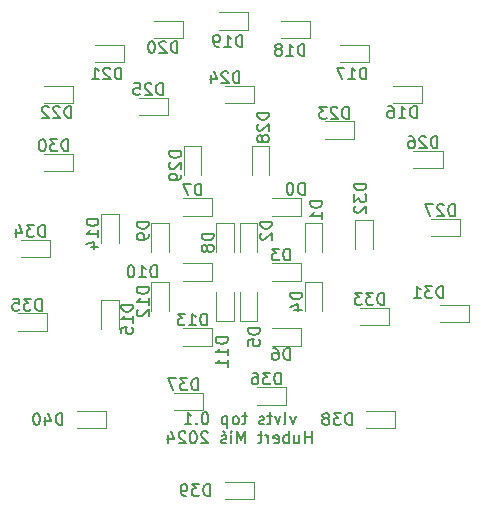
<source format=gbr>
%TF.GenerationSoftware,KiCad,Pcbnew,8.0.5*%
%TF.CreationDate,2025-04-26T14:04:24+02:00*%
%TF.ProjectId,vlvts_top,766c7674-735f-4746-9f70-2e6b69636164,rev?*%
%TF.SameCoordinates,Original*%
%TF.FileFunction,Legend,Bot*%
%TF.FilePolarity,Positive*%
%FSLAX46Y46*%
G04 Gerber Fmt 4.6, Leading zero omitted, Abs format (unit mm)*
G04 Created by KiCad (PCBNEW 8.0.5) date 2025-04-26 14:04:24*
%MOMM*%
%LPD*%
G01*
G04 APERTURE LIST*
%ADD10C,0.150000*%
%ADD11C,0.120000*%
G04 APERTURE END LIST*
D10*
X84714286Y-112483180D02*
X84476191Y-113149847D01*
X84476191Y-113149847D02*
X84238096Y-112483180D01*
X83714286Y-113149847D02*
X83809524Y-113102228D01*
X83809524Y-113102228D02*
X83857143Y-113006989D01*
X83857143Y-113006989D02*
X83857143Y-112149847D01*
X83428571Y-112483180D02*
X83190476Y-113149847D01*
X83190476Y-113149847D02*
X82952381Y-112483180D01*
X82714285Y-112483180D02*
X82333333Y-112483180D01*
X82571428Y-112149847D02*
X82571428Y-113006989D01*
X82571428Y-113006989D02*
X82523809Y-113102228D01*
X82523809Y-113102228D02*
X82428571Y-113149847D01*
X82428571Y-113149847D02*
X82333333Y-113149847D01*
X82047618Y-113102228D02*
X81952380Y-113149847D01*
X81952380Y-113149847D02*
X81761904Y-113149847D01*
X81761904Y-113149847D02*
X81666666Y-113102228D01*
X81666666Y-113102228D02*
X81619047Y-113006989D01*
X81619047Y-113006989D02*
X81619047Y-112959370D01*
X81619047Y-112959370D02*
X81666666Y-112864132D01*
X81666666Y-112864132D02*
X81761904Y-112816513D01*
X81761904Y-112816513D02*
X81904761Y-112816513D01*
X81904761Y-112816513D02*
X81999999Y-112768894D01*
X81999999Y-112768894D02*
X82047618Y-112673656D01*
X82047618Y-112673656D02*
X82047618Y-112626037D01*
X82047618Y-112626037D02*
X81999999Y-112530799D01*
X81999999Y-112530799D02*
X81904761Y-112483180D01*
X81904761Y-112483180D02*
X81761904Y-112483180D01*
X81761904Y-112483180D02*
X81666666Y-112530799D01*
X80571427Y-112483180D02*
X80190475Y-112483180D01*
X80428570Y-112149847D02*
X80428570Y-113006989D01*
X80428570Y-113006989D02*
X80380951Y-113102228D01*
X80380951Y-113102228D02*
X80285713Y-113149847D01*
X80285713Y-113149847D02*
X80190475Y-113149847D01*
X79714284Y-113149847D02*
X79809522Y-113102228D01*
X79809522Y-113102228D02*
X79857141Y-113054608D01*
X79857141Y-113054608D02*
X79904760Y-112959370D01*
X79904760Y-112959370D02*
X79904760Y-112673656D01*
X79904760Y-112673656D02*
X79857141Y-112578418D01*
X79857141Y-112578418D02*
X79809522Y-112530799D01*
X79809522Y-112530799D02*
X79714284Y-112483180D01*
X79714284Y-112483180D02*
X79571427Y-112483180D01*
X79571427Y-112483180D02*
X79476189Y-112530799D01*
X79476189Y-112530799D02*
X79428570Y-112578418D01*
X79428570Y-112578418D02*
X79380951Y-112673656D01*
X79380951Y-112673656D02*
X79380951Y-112959370D01*
X79380951Y-112959370D02*
X79428570Y-113054608D01*
X79428570Y-113054608D02*
X79476189Y-113102228D01*
X79476189Y-113102228D02*
X79571427Y-113149847D01*
X79571427Y-113149847D02*
X79714284Y-113149847D01*
X78952379Y-112483180D02*
X78952379Y-113483180D01*
X78952379Y-112530799D02*
X78857141Y-112483180D01*
X78857141Y-112483180D02*
X78666665Y-112483180D01*
X78666665Y-112483180D02*
X78571427Y-112530799D01*
X78571427Y-112530799D02*
X78523808Y-112578418D01*
X78523808Y-112578418D02*
X78476189Y-112673656D01*
X78476189Y-112673656D02*
X78476189Y-112959370D01*
X78476189Y-112959370D02*
X78523808Y-113054608D01*
X78523808Y-113054608D02*
X78571427Y-113102228D01*
X78571427Y-113102228D02*
X78666665Y-113149847D01*
X78666665Y-113149847D02*
X78857141Y-113149847D01*
X78857141Y-113149847D02*
X78952379Y-113102228D01*
X77095236Y-112149847D02*
X76999998Y-112149847D01*
X76999998Y-112149847D02*
X76904760Y-112197466D01*
X76904760Y-112197466D02*
X76857141Y-112245085D01*
X76857141Y-112245085D02*
X76809522Y-112340323D01*
X76809522Y-112340323D02*
X76761903Y-112530799D01*
X76761903Y-112530799D02*
X76761903Y-112768894D01*
X76761903Y-112768894D02*
X76809522Y-112959370D01*
X76809522Y-112959370D02*
X76857141Y-113054608D01*
X76857141Y-113054608D02*
X76904760Y-113102228D01*
X76904760Y-113102228D02*
X76999998Y-113149847D01*
X76999998Y-113149847D02*
X77095236Y-113149847D01*
X77095236Y-113149847D02*
X77190474Y-113102228D01*
X77190474Y-113102228D02*
X77238093Y-113054608D01*
X77238093Y-113054608D02*
X77285712Y-112959370D01*
X77285712Y-112959370D02*
X77333331Y-112768894D01*
X77333331Y-112768894D02*
X77333331Y-112530799D01*
X77333331Y-112530799D02*
X77285712Y-112340323D01*
X77285712Y-112340323D02*
X77238093Y-112245085D01*
X77238093Y-112245085D02*
X77190474Y-112197466D01*
X77190474Y-112197466D02*
X77095236Y-112149847D01*
X76333331Y-113054608D02*
X76285712Y-113102228D01*
X76285712Y-113102228D02*
X76333331Y-113149847D01*
X76333331Y-113149847D02*
X76380950Y-113102228D01*
X76380950Y-113102228D02*
X76333331Y-113054608D01*
X76333331Y-113054608D02*
X76333331Y-113149847D01*
X75333332Y-113149847D02*
X75904760Y-113149847D01*
X75619046Y-113149847D02*
X75619046Y-112149847D01*
X75619046Y-112149847D02*
X75714284Y-112292704D01*
X75714284Y-112292704D02*
X75809522Y-112387942D01*
X75809522Y-112387942D02*
X75904760Y-112435561D01*
X86095238Y-114759791D02*
X86095238Y-113759791D01*
X86095238Y-114235981D02*
X85523810Y-114235981D01*
X85523810Y-114759791D02*
X85523810Y-113759791D01*
X84619048Y-114093124D02*
X84619048Y-114759791D01*
X85047619Y-114093124D02*
X85047619Y-114616933D01*
X85047619Y-114616933D02*
X85000000Y-114712172D01*
X85000000Y-114712172D02*
X84904762Y-114759791D01*
X84904762Y-114759791D02*
X84761905Y-114759791D01*
X84761905Y-114759791D02*
X84666667Y-114712172D01*
X84666667Y-114712172D02*
X84619048Y-114664552D01*
X84142857Y-114759791D02*
X84142857Y-113759791D01*
X84142857Y-114140743D02*
X84047619Y-114093124D01*
X84047619Y-114093124D02*
X83857143Y-114093124D01*
X83857143Y-114093124D02*
X83761905Y-114140743D01*
X83761905Y-114140743D02*
X83714286Y-114188362D01*
X83714286Y-114188362D02*
X83666667Y-114283600D01*
X83666667Y-114283600D02*
X83666667Y-114569314D01*
X83666667Y-114569314D02*
X83714286Y-114664552D01*
X83714286Y-114664552D02*
X83761905Y-114712172D01*
X83761905Y-114712172D02*
X83857143Y-114759791D01*
X83857143Y-114759791D02*
X84047619Y-114759791D01*
X84047619Y-114759791D02*
X84142857Y-114712172D01*
X82857143Y-114712172D02*
X82952381Y-114759791D01*
X82952381Y-114759791D02*
X83142857Y-114759791D01*
X83142857Y-114759791D02*
X83238095Y-114712172D01*
X83238095Y-114712172D02*
X83285714Y-114616933D01*
X83285714Y-114616933D02*
X83285714Y-114235981D01*
X83285714Y-114235981D02*
X83238095Y-114140743D01*
X83238095Y-114140743D02*
X83142857Y-114093124D01*
X83142857Y-114093124D02*
X82952381Y-114093124D01*
X82952381Y-114093124D02*
X82857143Y-114140743D01*
X82857143Y-114140743D02*
X82809524Y-114235981D01*
X82809524Y-114235981D02*
X82809524Y-114331219D01*
X82809524Y-114331219D02*
X83285714Y-114426457D01*
X82380952Y-114759791D02*
X82380952Y-114093124D01*
X82380952Y-114283600D02*
X82333333Y-114188362D01*
X82333333Y-114188362D02*
X82285714Y-114140743D01*
X82285714Y-114140743D02*
X82190476Y-114093124D01*
X82190476Y-114093124D02*
X82095238Y-114093124D01*
X81904761Y-114093124D02*
X81523809Y-114093124D01*
X81761904Y-113759791D02*
X81761904Y-114616933D01*
X81761904Y-114616933D02*
X81714285Y-114712172D01*
X81714285Y-114712172D02*
X81619047Y-114759791D01*
X81619047Y-114759791D02*
X81523809Y-114759791D01*
X80428570Y-114759791D02*
X80428570Y-113759791D01*
X80428570Y-113759791D02*
X80095237Y-114474076D01*
X80095237Y-114474076D02*
X79761904Y-113759791D01*
X79761904Y-113759791D02*
X79761904Y-114759791D01*
X79285713Y-114759791D02*
X79285713Y-114093124D01*
X79285713Y-113759791D02*
X79333332Y-113807410D01*
X79333332Y-113807410D02*
X79285713Y-113855029D01*
X79285713Y-113855029D02*
X79238094Y-113807410D01*
X79238094Y-113807410D02*
X79285713Y-113759791D01*
X79285713Y-113759791D02*
X79285713Y-113855029D01*
X78857142Y-114712172D02*
X78761904Y-114759791D01*
X78761904Y-114759791D02*
X78571428Y-114759791D01*
X78571428Y-114759791D02*
X78476190Y-114712172D01*
X78476190Y-114712172D02*
X78428571Y-114616933D01*
X78428571Y-114616933D02*
X78428571Y-114569314D01*
X78428571Y-114569314D02*
X78476190Y-114474076D01*
X78476190Y-114474076D02*
X78571428Y-114426457D01*
X78571428Y-114426457D02*
X78714285Y-114426457D01*
X78714285Y-114426457D02*
X78809523Y-114378838D01*
X78809523Y-114378838D02*
X78857142Y-114283600D01*
X78857142Y-114283600D02*
X78857142Y-114235981D01*
X78857142Y-114235981D02*
X78809523Y-114140743D01*
X78809523Y-114140743D02*
X78714285Y-114093124D01*
X78714285Y-114093124D02*
X78571428Y-114093124D01*
X78571428Y-114093124D02*
X78476190Y-114140743D01*
X78571428Y-113712172D02*
X78714285Y-113855029D01*
X77285713Y-113855029D02*
X77238094Y-113807410D01*
X77238094Y-113807410D02*
X77142856Y-113759791D01*
X77142856Y-113759791D02*
X76904761Y-113759791D01*
X76904761Y-113759791D02*
X76809523Y-113807410D01*
X76809523Y-113807410D02*
X76761904Y-113855029D01*
X76761904Y-113855029D02*
X76714285Y-113950267D01*
X76714285Y-113950267D02*
X76714285Y-114045505D01*
X76714285Y-114045505D02*
X76761904Y-114188362D01*
X76761904Y-114188362D02*
X77333332Y-114759791D01*
X77333332Y-114759791D02*
X76714285Y-114759791D01*
X76095237Y-113759791D02*
X75999999Y-113759791D01*
X75999999Y-113759791D02*
X75904761Y-113807410D01*
X75904761Y-113807410D02*
X75857142Y-113855029D01*
X75857142Y-113855029D02*
X75809523Y-113950267D01*
X75809523Y-113950267D02*
X75761904Y-114140743D01*
X75761904Y-114140743D02*
X75761904Y-114378838D01*
X75761904Y-114378838D02*
X75809523Y-114569314D01*
X75809523Y-114569314D02*
X75857142Y-114664552D01*
X75857142Y-114664552D02*
X75904761Y-114712172D01*
X75904761Y-114712172D02*
X75999999Y-114759791D01*
X75999999Y-114759791D02*
X76095237Y-114759791D01*
X76095237Y-114759791D02*
X76190475Y-114712172D01*
X76190475Y-114712172D02*
X76238094Y-114664552D01*
X76238094Y-114664552D02*
X76285713Y-114569314D01*
X76285713Y-114569314D02*
X76333332Y-114378838D01*
X76333332Y-114378838D02*
X76333332Y-114140743D01*
X76333332Y-114140743D02*
X76285713Y-113950267D01*
X76285713Y-113950267D02*
X76238094Y-113855029D01*
X76238094Y-113855029D02*
X76190475Y-113807410D01*
X76190475Y-113807410D02*
X76095237Y-113759791D01*
X75380951Y-113855029D02*
X75333332Y-113807410D01*
X75333332Y-113807410D02*
X75238094Y-113759791D01*
X75238094Y-113759791D02*
X74999999Y-113759791D01*
X74999999Y-113759791D02*
X74904761Y-113807410D01*
X74904761Y-113807410D02*
X74857142Y-113855029D01*
X74857142Y-113855029D02*
X74809523Y-113950267D01*
X74809523Y-113950267D02*
X74809523Y-114045505D01*
X74809523Y-114045505D02*
X74857142Y-114188362D01*
X74857142Y-114188362D02*
X75428570Y-114759791D01*
X75428570Y-114759791D02*
X74809523Y-114759791D01*
X73952380Y-114093124D02*
X73952380Y-114759791D01*
X74190475Y-113712172D02*
X74428570Y-114426457D01*
X74428570Y-114426457D02*
X73809523Y-114426457D01*
X97214285Y-102454819D02*
X97214285Y-101454819D01*
X97214285Y-101454819D02*
X96976190Y-101454819D01*
X96976190Y-101454819D02*
X96833333Y-101502438D01*
X96833333Y-101502438D02*
X96738095Y-101597676D01*
X96738095Y-101597676D02*
X96690476Y-101692914D01*
X96690476Y-101692914D02*
X96642857Y-101883390D01*
X96642857Y-101883390D02*
X96642857Y-102026247D01*
X96642857Y-102026247D02*
X96690476Y-102216723D01*
X96690476Y-102216723D02*
X96738095Y-102311961D01*
X96738095Y-102311961D02*
X96833333Y-102407200D01*
X96833333Y-102407200D02*
X96976190Y-102454819D01*
X96976190Y-102454819D02*
X97214285Y-102454819D01*
X96309523Y-101454819D02*
X95690476Y-101454819D01*
X95690476Y-101454819D02*
X96023809Y-101835771D01*
X96023809Y-101835771D02*
X95880952Y-101835771D01*
X95880952Y-101835771D02*
X95785714Y-101883390D01*
X95785714Y-101883390D02*
X95738095Y-101931009D01*
X95738095Y-101931009D02*
X95690476Y-102026247D01*
X95690476Y-102026247D02*
X95690476Y-102264342D01*
X95690476Y-102264342D02*
X95738095Y-102359580D01*
X95738095Y-102359580D02*
X95785714Y-102407200D01*
X95785714Y-102407200D02*
X95880952Y-102454819D01*
X95880952Y-102454819D02*
X96166666Y-102454819D01*
X96166666Y-102454819D02*
X96261904Y-102407200D01*
X96261904Y-102407200D02*
X96309523Y-102359580D01*
X94738095Y-102454819D02*
X95309523Y-102454819D01*
X95023809Y-102454819D02*
X95023809Y-101454819D01*
X95023809Y-101454819D02*
X95119047Y-101597676D01*
X95119047Y-101597676D02*
X95214285Y-101692914D01*
X95214285Y-101692914D02*
X95309523Y-101740533D01*
X75024819Y-90035714D02*
X74024819Y-90035714D01*
X74024819Y-90035714D02*
X74024819Y-90273809D01*
X74024819Y-90273809D02*
X74072438Y-90416666D01*
X74072438Y-90416666D02*
X74167676Y-90511904D01*
X74167676Y-90511904D02*
X74262914Y-90559523D01*
X74262914Y-90559523D02*
X74453390Y-90607142D01*
X74453390Y-90607142D02*
X74596247Y-90607142D01*
X74596247Y-90607142D02*
X74786723Y-90559523D01*
X74786723Y-90559523D02*
X74881961Y-90511904D01*
X74881961Y-90511904D02*
X74977200Y-90416666D01*
X74977200Y-90416666D02*
X75024819Y-90273809D01*
X75024819Y-90273809D02*
X75024819Y-90035714D01*
X74120057Y-90988095D02*
X74072438Y-91035714D01*
X74072438Y-91035714D02*
X74024819Y-91130952D01*
X74024819Y-91130952D02*
X74024819Y-91369047D01*
X74024819Y-91369047D02*
X74072438Y-91464285D01*
X74072438Y-91464285D02*
X74120057Y-91511904D01*
X74120057Y-91511904D02*
X74215295Y-91559523D01*
X74215295Y-91559523D02*
X74310533Y-91559523D01*
X74310533Y-91559523D02*
X74453390Y-91511904D01*
X74453390Y-91511904D02*
X75024819Y-90940476D01*
X75024819Y-90940476D02*
X75024819Y-91559523D01*
X75024819Y-92035714D02*
X75024819Y-92226190D01*
X75024819Y-92226190D02*
X74977200Y-92321428D01*
X74977200Y-92321428D02*
X74929580Y-92369047D01*
X74929580Y-92369047D02*
X74786723Y-92464285D01*
X74786723Y-92464285D02*
X74596247Y-92511904D01*
X74596247Y-92511904D02*
X74215295Y-92511904D01*
X74215295Y-92511904D02*
X74120057Y-92464285D01*
X74120057Y-92464285D02*
X74072438Y-92416666D01*
X74072438Y-92416666D02*
X74024819Y-92321428D01*
X74024819Y-92321428D02*
X74024819Y-92130952D01*
X74024819Y-92130952D02*
X74072438Y-92035714D01*
X74072438Y-92035714D02*
X74120057Y-91988095D01*
X74120057Y-91988095D02*
X74215295Y-91940476D01*
X74215295Y-91940476D02*
X74453390Y-91940476D01*
X74453390Y-91940476D02*
X74548628Y-91988095D01*
X74548628Y-91988095D02*
X74596247Y-92035714D01*
X74596247Y-92035714D02*
X74643866Y-92130952D01*
X74643866Y-92130952D02*
X74643866Y-92321428D01*
X74643866Y-92321428D02*
X74596247Y-92416666D01*
X74596247Y-92416666D02*
X74548628Y-92464285D01*
X74548628Y-92464285D02*
X74453390Y-92511904D01*
X64964285Y-113204819D02*
X64964285Y-112204819D01*
X64964285Y-112204819D02*
X64726190Y-112204819D01*
X64726190Y-112204819D02*
X64583333Y-112252438D01*
X64583333Y-112252438D02*
X64488095Y-112347676D01*
X64488095Y-112347676D02*
X64440476Y-112442914D01*
X64440476Y-112442914D02*
X64392857Y-112633390D01*
X64392857Y-112633390D02*
X64392857Y-112776247D01*
X64392857Y-112776247D02*
X64440476Y-112966723D01*
X64440476Y-112966723D02*
X64488095Y-113061961D01*
X64488095Y-113061961D02*
X64583333Y-113157200D01*
X64583333Y-113157200D02*
X64726190Y-113204819D01*
X64726190Y-113204819D02*
X64964285Y-113204819D01*
X63535714Y-112538152D02*
X63535714Y-113204819D01*
X63773809Y-112157200D02*
X64011904Y-112871485D01*
X64011904Y-112871485D02*
X63392857Y-112871485D01*
X62821428Y-112204819D02*
X62726190Y-112204819D01*
X62726190Y-112204819D02*
X62630952Y-112252438D01*
X62630952Y-112252438D02*
X62583333Y-112300057D01*
X62583333Y-112300057D02*
X62535714Y-112395295D01*
X62535714Y-112395295D02*
X62488095Y-112585771D01*
X62488095Y-112585771D02*
X62488095Y-112823866D01*
X62488095Y-112823866D02*
X62535714Y-113014342D01*
X62535714Y-113014342D02*
X62583333Y-113109580D01*
X62583333Y-113109580D02*
X62630952Y-113157200D01*
X62630952Y-113157200D02*
X62726190Y-113204819D01*
X62726190Y-113204819D02*
X62821428Y-113204819D01*
X62821428Y-113204819D02*
X62916666Y-113157200D01*
X62916666Y-113157200D02*
X62964285Y-113109580D01*
X62964285Y-113109580D02*
X63011904Y-113014342D01*
X63011904Y-113014342D02*
X63059523Y-112823866D01*
X63059523Y-112823866D02*
X63059523Y-112585771D01*
X63059523Y-112585771D02*
X63011904Y-112395295D01*
X63011904Y-112395295D02*
X62964285Y-112300057D01*
X62964285Y-112300057D02*
X62916666Y-112252438D01*
X62916666Y-112252438D02*
X62821428Y-112204819D01*
X76738094Y-93774819D02*
X76738094Y-92774819D01*
X76738094Y-92774819D02*
X76499999Y-92774819D01*
X76499999Y-92774819D02*
X76357142Y-92822438D01*
X76357142Y-92822438D02*
X76261904Y-92917676D01*
X76261904Y-92917676D02*
X76214285Y-93012914D01*
X76214285Y-93012914D02*
X76166666Y-93203390D01*
X76166666Y-93203390D02*
X76166666Y-93346247D01*
X76166666Y-93346247D02*
X76214285Y-93536723D01*
X76214285Y-93536723D02*
X76261904Y-93631961D01*
X76261904Y-93631961D02*
X76357142Y-93727200D01*
X76357142Y-93727200D02*
X76499999Y-93774819D01*
X76499999Y-93774819D02*
X76738094Y-93774819D01*
X75833332Y-92774819D02*
X75166666Y-92774819D01*
X75166666Y-92774819D02*
X75595237Y-93774819D01*
X84238094Y-99274819D02*
X84238094Y-98274819D01*
X84238094Y-98274819D02*
X83999999Y-98274819D01*
X83999999Y-98274819D02*
X83857142Y-98322438D01*
X83857142Y-98322438D02*
X83761904Y-98417676D01*
X83761904Y-98417676D02*
X83714285Y-98512914D01*
X83714285Y-98512914D02*
X83666666Y-98703390D01*
X83666666Y-98703390D02*
X83666666Y-98846247D01*
X83666666Y-98846247D02*
X83714285Y-99036723D01*
X83714285Y-99036723D02*
X83761904Y-99131961D01*
X83761904Y-99131961D02*
X83857142Y-99227200D01*
X83857142Y-99227200D02*
X83999999Y-99274819D01*
X83999999Y-99274819D02*
X84238094Y-99274819D01*
X83333332Y-98274819D02*
X82714285Y-98274819D01*
X82714285Y-98274819D02*
X83047618Y-98655771D01*
X83047618Y-98655771D02*
X82904761Y-98655771D01*
X82904761Y-98655771D02*
X82809523Y-98703390D01*
X82809523Y-98703390D02*
X82761904Y-98751009D01*
X82761904Y-98751009D02*
X82714285Y-98846247D01*
X82714285Y-98846247D02*
X82714285Y-99084342D01*
X82714285Y-99084342D02*
X82761904Y-99179580D01*
X82761904Y-99179580D02*
X82809523Y-99227200D01*
X82809523Y-99227200D02*
X82904761Y-99274819D01*
X82904761Y-99274819D02*
X83190475Y-99274819D01*
X83190475Y-99274819D02*
X83285713Y-99227200D01*
X83285713Y-99227200D02*
X83333332Y-99179580D01*
X63214285Y-103524819D02*
X63214285Y-102524819D01*
X63214285Y-102524819D02*
X62976190Y-102524819D01*
X62976190Y-102524819D02*
X62833333Y-102572438D01*
X62833333Y-102572438D02*
X62738095Y-102667676D01*
X62738095Y-102667676D02*
X62690476Y-102762914D01*
X62690476Y-102762914D02*
X62642857Y-102953390D01*
X62642857Y-102953390D02*
X62642857Y-103096247D01*
X62642857Y-103096247D02*
X62690476Y-103286723D01*
X62690476Y-103286723D02*
X62738095Y-103381961D01*
X62738095Y-103381961D02*
X62833333Y-103477200D01*
X62833333Y-103477200D02*
X62976190Y-103524819D01*
X62976190Y-103524819D02*
X63214285Y-103524819D01*
X62309523Y-102524819D02*
X61690476Y-102524819D01*
X61690476Y-102524819D02*
X62023809Y-102905771D01*
X62023809Y-102905771D02*
X61880952Y-102905771D01*
X61880952Y-102905771D02*
X61785714Y-102953390D01*
X61785714Y-102953390D02*
X61738095Y-103001009D01*
X61738095Y-103001009D02*
X61690476Y-103096247D01*
X61690476Y-103096247D02*
X61690476Y-103334342D01*
X61690476Y-103334342D02*
X61738095Y-103429580D01*
X61738095Y-103429580D02*
X61785714Y-103477200D01*
X61785714Y-103477200D02*
X61880952Y-103524819D01*
X61880952Y-103524819D02*
X62166666Y-103524819D01*
X62166666Y-103524819D02*
X62261904Y-103477200D01*
X62261904Y-103477200D02*
X62309523Y-103429580D01*
X60785714Y-102524819D02*
X61261904Y-102524819D01*
X61261904Y-102524819D02*
X61309523Y-103001009D01*
X61309523Y-103001009D02*
X61261904Y-102953390D01*
X61261904Y-102953390D02*
X61166666Y-102905771D01*
X61166666Y-102905771D02*
X60928571Y-102905771D01*
X60928571Y-102905771D02*
X60833333Y-102953390D01*
X60833333Y-102953390D02*
X60785714Y-103001009D01*
X60785714Y-103001009D02*
X60738095Y-103096247D01*
X60738095Y-103096247D02*
X60738095Y-103334342D01*
X60738095Y-103334342D02*
X60785714Y-103429580D01*
X60785714Y-103429580D02*
X60833333Y-103477200D01*
X60833333Y-103477200D02*
X60928571Y-103524819D01*
X60928571Y-103524819D02*
X61166666Y-103524819D01*
X61166666Y-103524819D02*
X61261904Y-103477200D01*
X61261904Y-103477200D02*
X61309523Y-103429580D01*
X89464285Y-113204819D02*
X89464285Y-112204819D01*
X89464285Y-112204819D02*
X89226190Y-112204819D01*
X89226190Y-112204819D02*
X89083333Y-112252438D01*
X89083333Y-112252438D02*
X88988095Y-112347676D01*
X88988095Y-112347676D02*
X88940476Y-112442914D01*
X88940476Y-112442914D02*
X88892857Y-112633390D01*
X88892857Y-112633390D02*
X88892857Y-112776247D01*
X88892857Y-112776247D02*
X88940476Y-112966723D01*
X88940476Y-112966723D02*
X88988095Y-113061961D01*
X88988095Y-113061961D02*
X89083333Y-113157200D01*
X89083333Y-113157200D02*
X89226190Y-113204819D01*
X89226190Y-113204819D02*
X89464285Y-113204819D01*
X88559523Y-112204819D02*
X87940476Y-112204819D01*
X87940476Y-112204819D02*
X88273809Y-112585771D01*
X88273809Y-112585771D02*
X88130952Y-112585771D01*
X88130952Y-112585771D02*
X88035714Y-112633390D01*
X88035714Y-112633390D02*
X87988095Y-112681009D01*
X87988095Y-112681009D02*
X87940476Y-112776247D01*
X87940476Y-112776247D02*
X87940476Y-113014342D01*
X87940476Y-113014342D02*
X87988095Y-113109580D01*
X87988095Y-113109580D02*
X88035714Y-113157200D01*
X88035714Y-113157200D02*
X88130952Y-113204819D01*
X88130952Y-113204819D02*
X88416666Y-113204819D01*
X88416666Y-113204819D02*
X88511904Y-113157200D01*
X88511904Y-113157200D02*
X88559523Y-113109580D01*
X87369047Y-112633390D02*
X87464285Y-112585771D01*
X87464285Y-112585771D02*
X87511904Y-112538152D01*
X87511904Y-112538152D02*
X87559523Y-112442914D01*
X87559523Y-112442914D02*
X87559523Y-112395295D01*
X87559523Y-112395295D02*
X87511904Y-112300057D01*
X87511904Y-112300057D02*
X87464285Y-112252438D01*
X87464285Y-112252438D02*
X87369047Y-112204819D01*
X87369047Y-112204819D02*
X87178571Y-112204819D01*
X87178571Y-112204819D02*
X87083333Y-112252438D01*
X87083333Y-112252438D02*
X87035714Y-112300057D01*
X87035714Y-112300057D02*
X86988095Y-112395295D01*
X86988095Y-112395295D02*
X86988095Y-112442914D01*
X86988095Y-112442914D02*
X87035714Y-112538152D01*
X87035714Y-112538152D02*
X87083333Y-112585771D01*
X87083333Y-112585771D02*
X87178571Y-112633390D01*
X87178571Y-112633390D02*
X87369047Y-112633390D01*
X87369047Y-112633390D02*
X87464285Y-112681009D01*
X87464285Y-112681009D02*
X87511904Y-112728628D01*
X87511904Y-112728628D02*
X87559523Y-112823866D01*
X87559523Y-112823866D02*
X87559523Y-113014342D01*
X87559523Y-113014342D02*
X87511904Y-113109580D01*
X87511904Y-113109580D02*
X87464285Y-113157200D01*
X87464285Y-113157200D02*
X87369047Y-113204819D01*
X87369047Y-113204819D02*
X87178571Y-113204819D01*
X87178571Y-113204819D02*
X87083333Y-113157200D01*
X87083333Y-113157200D02*
X87035714Y-113109580D01*
X87035714Y-113109580D02*
X86988095Y-113014342D01*
X86988095Y-113014342D02*
X86988095Y-112823866D01*
X86988095Y-112823866D02*
X87035714Y-112728628D01*
X87035714Y-112728628D02*
X87083333Y-112681009D01*
X87083333Y-112681009D02*
X87178571Y-112633390D01*
X63464285Y-97274819D02*
X63464285Y-96274819D01*
X63464285Y-96274819D02*
X63226190Y-96274819D01*
X63226190Y-96274819D02*
X63083333Y-96322438D01*
X63083333Y-96322438D02*
X62988095Y-96417676D01*
X62988095Y-96417676D02*
X62940476Y-96512914D01*
X62940476Y-96512914D02*
X62892857Y-96703390D01*
X62892857Y-96703390D02*
X62892857Y-96846247D01*
X62892857Y-96846247D02*
X62940476Y-97036723D01*
X62940476Y-97036723D02*
X62988095Y-97131961D01*
X62988095Y-97131961D02*
X63083333Y-97227200D01*
X63083333Y-97227200D02*
X63226190Y-97274819D01*
X63226190Y-97274819D02*
X63464285Y-97274819D01*
X62559523Y-96274819D02*
X61940476Y-96274819D01*
X61940476Y-96274819D02*
X62273809Y-96655771D01*
X62273809Y-96655771D02*
X62130952Y-96655771D01*
X62130952Y-96655771D02*
X62035714Y-96703390D01*
X62035714Y-96703390D02*
X61988095Y-96751009D01*
X61988095Y-96751009D02*
X61940476Y-96846247D01*
X61940476Y-96846247D02*
X61940476Y-97084342D01*
X61940476Y-97084342D02*
X61988095Y-97179580D01*
X61988095Y-97179580D02*
X62035714Y-97227200D01*
X62035714Y-97227200D02*
X62130952Y-97274819D01*
X62130952Y-97274819D02*
X62416666Y-97274819D01*
X62416666Y-97274819D02*
X62511904Y-97227200D01*
X62511904Y-97227200D02*
X62559523Y-97179580D01*
X61083333Y-96608152D02*
X61083333Y-97274819D01*
X61321428Y-96227200D02*
X61559523Y-96941485D01*
X61559523Y-96941485D02*
X60940476Y-96941485D01*
X72964285Y-100704819D02*
X72964285Y-99704819D01*
X72964285Y-99704819D02*
X72726190Y-99704819D01*
X72726190Y-99704819D02*
X72583333Y-99752438D01*
X72583333Y-99752438D02*
X72488095Y-99847676D01*
X72488095Y-99847676D02*
X72440476Y-99942914D01*
X72440476Y-99942914D02*
X72392857Y-100133390D01*
X72392857Y-100133390D02*
X72392857Y-100276247D01*
X72392857Y-100276247D02*
X72440476Y-100466723D01*
X72440476Y-100466723D02*
X72488095Y-100561961D01*
X72488095Y-100561961D02*
X72583333Y-100657200D01*
X72583333Y-100657200D02*
X72726190Y-100704819D01*
X72726190Y-100704819D02*
X72964285Y-100704819D01*
X71440476Y-100704819D02*
X72011904Y-100704819D01*
X71726190Y-100704819D02*
X71726190Y-99704819D01*
X71726190Y-99704819D02*
X71821428Y-99847676D01*
X71821428Y-99847676D02*
X71916666Y-99942914D01*
X71916666Y-99942914D02*
X72011904Y-99990533D01*
X70821428Y-99704819D02*
X70726190Y-99704819D01*
X70726190Y-99704819D02*
X70630952Y-99752438D01*
X70630952Y-99752438D02*
X70583333Y-99800057D01*
X70583333Y-99800057D02*
X70535714Y-99895295D01*
X70535714Y-99895295D02*
X70488095Y-100085771D01*
X70488095Y-100085771D02*
X70488095Y-100323866D01*
X70488095Y-100323866D02*
X70535714Y-100514342D01*
X70535714Y-100514342D02*
X70583333Y-100609580D01*
X70583333Y-100609580D02*
X70630952Y-100657200D01*
X70630952Y-100657200D02*
X70726190Y-100704819D01*
X70726190Y-100704819D02*
X70821428Y-100704819D01*
X70821428Y-100704819D02*
X70916666Y-100657200D01*
X70916666Y-100657200D02*
X70964285Y-100609580D01*
X70964285Y-100609580D02*
X71011904Y-100514342D01*
X71011904Y-100514342D02*
X71059523Y-100323866D01*
X71059523Y-100323866D02*
X71059523Y-100085771D01*
X71059523Y-100085771D02*
X71011904Y-99895295D01*
X71011904Y-99895295D02*
X70964285Y-99800057D01*
X70964285Y-99800057D02*
X70916666Y-99752438D01*
X70916666Y-99752438D02*
X70821428Y-99704819D01*
X85274819Y-102011905D02*
X84274819Y-102011905D01*
X84274819Y-102011905D02*
X84274819Y-102250000D01*
X84274819Y-102250000D02*
X84322438Y-102392857D01*
X84322438Y-102392857D02*
X84417676Y-102488095D01*
X84417676Y-102488095D02*
X84512914Y-102535714D01*
X84512914Y-102535714D02*
X84703390Y-102583333D01*
X84703390Y-102583333D02*
X84846247Y-102583333D01*
X84846247Y-102583333D02*
X85036723Y-102535714D01*
X85036723Y-102535714D02*
X85131961Y-102488095D01*
X85131961Y-102488095D02*
X85227200Y-102392857D01*
X85227200Y-102392857D02*
X85274819Y-102250000D01*
X85274819Y-102250000D02*
X85274819Y-102011905D01*
X84608152Y-103440476D02*
X85274819Y-103440476D01*
X84227200Y-103202381D02*
X84941485Y-102964286D01*
X84941485Y-102964286D02*
X84941485Y-103583333D01*
X81704819Y-105011905D02*
X80704819Y-105011905D01*
X80704819Y-105011905D02*
X80704819Y-105250000D01*
X80704819Y-105250000D02*
X80752438Y-105392857D01*
X80752438Y-105392857D02*
X80847676Y-105488095D01*
X80847676Y-105488095D02*
X80942914Y-105535714D01*
X80942914Y-105535714D02*
X81133390Y-105583333D01*
X81133390Y-105583333D02*
X81276247Y-105583333D01*
X81276247Y-105583333D02*
X81466723Y-105535714D01*
X81466723Y-105535714D02*
X81561961Y-105488095D01*
X81561961Y-105488095D02*
X81657200Y-105392857D01*
X81657200Y-105392857D02*
X81704819Y-105250000D01*
X81704819Y-105250000D02*
X81704819Y-105011905D01*
X80704819Y-106488095D02*
X80704819Y-106011905D01*
X80704819Y-106011905D02*
X81181009Y-105964286D01*
X81181009Y-105964286D02*
X81133390Y-106011905D01*
X81133390Y-106011905D02*
X81085771Y-106107143D01*
X81085771Y-106107143D02*
X81085771Y-106345238D01*
X81085771Y-106345238D02*
X81133390Y-106440476D01*
X81133390Y-106440476D02*
X81181009Y-106488095D01*
X81181009Y-106488095D02*
X81276247Y-106535714D01*
X81276247Y-106535714D02*
X81514342Y-106535714D01*
X81514342Y-106535714D02*
X81609580Y-106488095D01*
X81609580Y-106488095D02*
X81657200Y-106440476D01*
X81657200Y-106440476D02*
X81704819Y-106345238D01*
X81704819Y-106345238D02*
X81704819Y-106107143D01*
X81704819Y-106107143D02*
X81657200Y-106011905D01*
X81657200Y-106011905D02*
X81609580Y-105964286D01*
X65464285Y-90024819D02*
X65464285Y-89024819D01*
X65464285Y-89024819D02*
X65226190Y-89024819D01*
X65226190Y-89024819D02*
X65083333Y-89072438D01*
X65083333Y-89072438D02*
X64988095Y-89167676D01*
X64988095Y-89167676D02*
X64940476Y-89262914D01*
X64940476Y-89262914D02*
X64892857Y-89453390D01*
X64892857Y-89453390D02*
X64892857Y-89596247D01*
X64892857Y-89596247D02*
X64940476Y-89786723D01*
X64940476Y-89786723D02*
X64988095Y-89881961D01*
X64988095Y-89881961D02*
X65083333Y-89977200D01*
X65083333Y-89977200D02*
X65226190Y-90024819D01*
X65226190Y-90024819D02*
X65464285Y-90024819D01*
X64559523Y-89024819D02*
X63940476Y-89024819D01*
X63940476Y-89024819D02*
X64273809Y-89405771D01*
X64273809Y-89405771D02*
X64130952Y-89405771D01*
X64130952Y-89405771D02*
X64035714Y-89453390D01*
X64035714Y-89453390D02*
X63988095Y-89501009D01*
X63988095Y-89501009D02*
X63940476Y-89596247D01*
X63940476Y-89596247D02*
X63940476Y-89834342D01*
X63940476Y-89834342D02*
X63988095Y-89929580D01*
X63988095Y-89929580D02*
X64035714Y-89977200D01*
X64035714Y-89977200D02*
X64130952Y-90024819D01*
X64130952Y-90024819D02*
X64416666Y-90024819D01*
X64416666Y-90024819D02*
X64511904Y-89977200D01*
X64511904Y-89977200D02*
X64559523Y-89929580D01*
X63321428Y-89024819D02*
X63226190Y-89024819D01*
X63226190Y-89024819D02*
X63130952Y-89072438D01*
X63130952Y-89072438D02*
X63083333Y-89120057D01*
X63083333Y-89120057D02*
X63035714Y-89215295D01*
X63035714Y-89215295D02*
X62988095Y-89405771D01*
X62988095Y-89405771D02*
X62988095Y-89643866D01*
X62988095Y-89643866D02*
X63035714Y-89834342D01*
X63035714Y-89834342D02*
X63083333Y-89929580D01*
X63083333Y-89929580D02*
X63130952Y-89977200D01*
X63130952Y-89977200D02*
X63226190Y-90024819D01*
X63226190Y-90024819D02*
X63321428Y-90024819D01*
X63321428Y-90024819D02*
X63416666Y-89977200D01*
X63416666Y-89977200D02*
X63464285Y-89929580D01*
X63464285Y-89929580D02*
X63511904Y-89834342D01*
X63511904Y-89834342D02*
X63559523Y-89643866D01*
X63559523Y-89643866D02*
X63559523Y-89405771D01*
X63559523Y-89405771D02*
X63511904Y-89215295D01*
X63511904Y-89215295D02*
X63464285Y-89120057D01*
X63464285Y-89120057D02*
X63416666Y-89072438D01*
X63416666Y-89072438D02*
X63321428Y-89024819D01*
X85464285Y-81954819D02*
X85464285Y-80954819D01*
X85464285Y-80954819D02*
X85226190Y-80954819D01*
X85226190Y-80954819D02*
X85083333Y-81002438D01*
X85083333Y-81002438D02*
X84988095Y-81097676D01*
X84988095Y-81097676D02*
X84940476Y-81192914D01*
X84940476Y-81192914D02*
X84892857Y-81383390D01*
X84892857Y-81383390D02*
X84892857Y-81526247D01*
X84892857Y-81526247D02*
X84940476Y-81716723D01*
X84940476Y-81716723D02*
X84988095Y-81811961D01*
X84988095Y-81811961D02*
X85083333Y-81907200D01*
X85083333Y-81907200D02*
X85226190Y-81954819D01*
X85226190Y-81954819D02*
X85464285Y-81954819D01*
X83940476Y-81954819D02*
X84511904Y-81954819D01*
X84226190Y-81954819D02*
X84226190Y-80954819D01*
X84226190Y-80954819D02*
X84321428Y-81097676D01*
X84321428Y-81097676D02*
X84416666Y-81192914D01*
X84416666Y-81192914D02*
X84511904Y-81240533D01*
X83369047Y-81383390D02*
X83464285Y-81335771D01*
X83464285Y-81335771D02*
X83511904Y-81288152D01*
X83511904Y-81288152D02*
X83559523Y-81192914D01*
X83559523Y-81192914D02*
X83559523Y-81145295D01*
X83559523Y-81145295D02*
X83511904Y-81050057D01*
X83511904Y-81050057D02*
X83464285Y-81002438D01*
X83464285Y-81002438D02*
X83369047Y-80954819D01*
X83369047Y-80954819D02*
X83178571Y-80954819D01*
X83178571Y-80954819D02*
X83083333Y-81002438D01*
X83083333Y-81002438D02*
X83035714Y-81050057D01*
X83035714Y-81050057D02*
X82988095Y-81145295D01*
X82988095Y-81145295D02*
X82988095Y-81192914D01*
X82988095Y-81192914D02*
X83035714Y-81288152D01*
X83035714Y-81288152D02*
X83083333Y-81335771D01*
X83083333Y-81335771D02*
X83178571Y-81383390D01*
X83178571Y-81383390D02*
X83369047Y-81383390D01*
X83369047Y-81383390D02*
X83464285Y-81431009D01*
X83464285Y-81431009D02*
X83511904Y-81478628D01*
X83511904Y-81478628D02*
X83559523Y-81573866D01*
X83559523Y-81573866D02*
X83559523Y-81764342D01*
X83559523Y-81764342D02*
X83511904Y-81859580D01*
X83511904Y-81859580D02*
X83464285Y-81907200D01*
X83464285Y-81907200D02*
X83369047Y-81954819D01*
X83369047Y-81954819D02*
X83178571Y-81954819D01*
X83178571Y-81954819D02*
X83083333Y-81907200D01*
X83083333Y-81907200D02*
X83035714Y-81859580D01*
X83035714Y-81859580D02*
X82988095Y-81764342D01*
X82988095Y-81764342D02*
X82988095Y-81573866D01*
X82988095Y-81573866D02*
X83035714Y-81478628D01*
X83035714Y-81478628D02*
X83083333Y-81431009D01*
X83083333Y-81431009D02*
X83178571Y-81383390D01*
X77214285Y-104774819D02*
X77214285Y-103774819D01*
X77214285Y-103774819D02*
X76976190Y-103774819D01*
X76976190Y-103774819D02*
X76833333Y-103822438D01*
X76833333Y-103822438D02*
X76738095Y-103917676D01*
X76738095Y-103917676D02*
X76690476Y-104012914D01*
X76690476Y-104012914D02*
X76642857Y-104203390D01*
X76642857Y-104203390D02*
X76642857Y-104346247D01*
X76642857Y-104346247D02*
X76690476Y-104536723D01*
X76690476Y-104536723D02*
X76738095Y-104631961D01*
X76738095Y-104631961D02*
X76833333Y-104727200D01*
X76833333Y-104727200D02*
X76976190Y-104774819D01*
X76976190Y-104774819D02*
X77214285Y-104774819D01*
X75690476Y-104774819D02*
X76261904Y-104774819D01*
X75976190Y-104774819D02*
X75976190Y-103774819D01*
X75976190Y-103774819D02*
X76071428Y-103917676D01*
X76071428Y-103917676D02*
X76166666Y-104012914D01*
X76166666Y-104012914D02*
X76261904Y-104060533D01*
X75357142Y-103774819D02*
X74738095Y-103774819D01*
X74738095Y-103774819D02*
X75071428Y-104155771D01*
X75071428Y-104155771D02*
X74928571Y-104155771D01*
X74928571Y-104155771D02*
X74833333Y-104203390D01*
X74833333Y-104203390D02*
X74785714Y-104251009D01*
X74785714Y-104251009D02*
X74738095Y-104346247D01*
X74738095Y-104346247D02*
X74738095Y-104584342D01*
X74738095Y-104584342D02*
X74785714Y-104679580D01*
X74785714Y-104679580D02*
X74833333Y-104727200D01*
X74833333Y-104727200D02*
X74928571Y-104774819D01*
X74928571Y-104774819D02*
X75214285Y-104774819D01*
X75214285Y-104774819D02*
X75309523Y-104727200D01*
X75309523Y-104727200D02*
X75357142Y-104679580D01*
X90704819Y-92785714D02*
X89704819Y-92785714D01*
X89704819Y-92785714D02*
X89704819Y-93023809D01*
X89704819Y-93023809D02*
X89752438Y-93166666D01*
X89752438Y-93166666D02*
X89847676Y-93261904D01*
X89847676Y-93261904D02*
X89942914Y-93309523D01*
X89942914Y-93309523D02*
X90133390Y-93357142D01*
X90133390Y-93357142D02*
X90276247Y-93357142D01*
X90276247Y-93357142D02*
X90466723Y-93309523D01*
X90466723Y-93309523D02*
X90561961Y-93261904D01*
X90561961Y-93261904D02*
X90657200Y-93166666D01*
X90657200Y-93166666D02*
X90704819Y-93023809D01*
X90704819Y-93023809D02*
X90704819Y-92785714D01*
X89704819Y-93690476D02*
X89704819Y-94309523D01*
X89704819Y-94309523D02*
X90085771Y-93976190D01*
X90085771Y-93976190D02*
X90085771Y-94119047D01*
X90085771Y-94119047D02*
X90133390Y-94214285D01*
X90133390Y-94214285D02*
X90181009Y-94261904D01*
X90181009Y-94261904D02*
X90276247Y-94309523D01*
X90276247Y-94309523D02*
X90514342Y-94309523D01*
X90514342Y-94309523D02*
X90609580Y-94261904D01*
X90609580Y-94261904D02*
X90657200Y-94214285D01*
X90657200Y-94214285D02*
X90704819Y-94119047D01*
X90704819Y-94119047D02*
X90704819Y-93833333D01*
X90704819Y-93833333D02*
X90657200Y-93738095D01*
X90657200Y-93738095D02*
X90609580Y-93690476D01*
X89800057Y-94690476D02*
X89752438Y-94738095D01*
X89752438Y-94738095D02*
X89704819Y-94833333D01*
X89704819Y-94833333D02*
X89704819Y-95071428D01*
X89704819Y-95071428D02*
X89752438Y-95166666D01*
X89752438Y-95166666D02*
X89800057Y-95214285D01*
X89800057Y-95214285D02*
X89895295Y-95261904D01*
X89895295Y-95261904D02*
X89990533Y-95261904D01*
X89990533Y-95261904D02*
X90133390Y-95214285D01*
X90133390Y-95214285D02*
X90704819Y-94642857D01*
X90704819Y-94642857D02*
X90704819Y-95261904D01*
X79964285Y-84274819D02*
X79964285Y-83274819D01*
X79964285Y-83274819D02*
X79726190Y-83274819D01*
X79726190Y-83274819D02*
X79583333Y-83322438D01*
X79583333Y-83322438D02*
X79488095Y-83417676D01*
X79488095Y-83417676D02*
X79440476Y-83512914D01*
X79440476Y-83512914D02*
X79392857Y-83703390D01*
X79392857Y-83703390D02*
X79392857Y-83846247D01*
X79392857Y-83846247D02*
X79440476Y-84036723D01*
X79440476Y-84036723D02*
X79488095Y-84131961D01*
X79488095Y-84131961D02*
X79583333Y-84227200D01*
X79583333Y-84227200D02*
X79726190Y-84274819D01*
X79726190Y-84274819D02*
X79964285Y-84274819D01*
X79011904Y-83370057D02*
X78964285Y-83322438D01*
X78964285Y-83322438D02*
X78869047Y-83274819D01*
X78869047Y-83274819D02*
X78630952Y-83274819D01*
X78630952Y-83274819D02*
X78535714Y-83322438D01*
X78535714Y-83322438D02*
X78488095Y-83370057D01*
X78488095Y-83370057D02*
X78440476Y-83465295D01*
X78440476Y-83465295D02*
X78440476Y-83560533D01*
X78440476Y-83560533D02*
X78488095Y-83703390D01*
X78488095Y-83703390D02*
X79059523Y-84274819D01*
X79059523Y-84274819D02*
X78440476Y-84274819D01*
X77583333Y-83608152D02*
X77583333Y-84274819D01*
X77821428Y-83227200D02*
X78059523Y-83941485D01*
X78059523Y-83941485D02*
X77440476Y-83941485D01*
X68024819Y-95785714D02*
X67024819Y-95785714D01*
X67024819Y-95785714D02*
X67024819Y-96023809D01*
X67024819Y-96023809D02*
X67072438Y-96166666D01*
X67072438Y-96166666D02*
X67167676Y-96261904D01*
X67167676Y-96261904D02*
X67262914Y-96309523D01*
X67262914Y-96309523D02*
X67453390Y-96357142D01*
X67453390Y-96357142D02*
X67596247Y-96357142D01*
X67596247Y-96357142D02*
X67786723Y-96309523D01*
X67786723Y-96309523D02*
X67881961Y-96261904D01*
X67881961Y-96261904D02*
X67977200Y-96166666D01*
X67977200Y-96166666D02*
X68024819Y-96023809D01*
X68024819Y-96023809D02*
X68024819Y-95785714D01*
X68024819Y-97309523D02*
X68024819Y-96738095D01*
X68024819Y-97023809D02*
X67024819Y-97023809D01*
X67024819Y-97023809D02*
X67167676Y-96928571D01*
X67167676Y-96928571D02*
X67262914Y-96833333D01*
X67262914Y-96833333D02*
X67310533Y-96738095D01*
X67358152Y-98166666D02*
X68024819Y-98166666D01*
X66977200Y-97928571D02*
X67691485Y-97690476D01*
X67691485Y-97690476D02*
X67691485Y-98309523D01*
X80214285Y-81204819D02*
X80214285Y-80204819D01*
X80214285Y-80204819D02*
X79976190Y-80204819D01*
X79976190Y-80204819D02*
X79833333Y-80252438D01*
X79833333Y-80252438D02*
X79738095Y-80347676D01*
X79738095Y-80347676D02*
X79690476Y-80442914D01*
X79690476Y-80442914D02*
X79642857Y-80633390D01*
X79642857Y-80633390D02*
X79642857Y-80776247D01*
X79642857Y-80776247D02*
X79690476Y-80966723D01*
X79690476Y-80966723D02*
X79738095Y-81061961D01*
X79738095Y-81061961D02*
X79833333Y-81157200D01*
X79833333Y-81157200D02*
X79976190Y-81204819D01*
X79976190Y-81204819D02*
X80214285Y-81204819D01*
X78690476Y-81204819D02*
X79261904Y-81204819D01*
X78976190Y-81204819D02*
X78976190Y-80204819D01*
X78976190Y-80204819D02*
X79071428Y-80347676D01*
X79071428Y-80347676D02*
X79166666Y-80442914D01*
X79166666Y-80442914D02*
X79261904Y-80490533D01*
X78214285Y-81204819D02*
X78023809Y-81204819D01*
X78023809Y-81204819D02*
X77928571Y-81157200D01*
X77928571Y-81157200D02*
X77880952Y-81109580D01*
X77880952Y-81109580D02*
X77785714Y-80966723D01*
X77785714Y-80966723D02*
X77738095Y-80776247D01*
X77738095Y-80776247D02*
X77738095Y-80395295D01*
X77738095Y-80395295D02*
X77785714Y-80300057D01*
X77785714Y-80300057D02*
X77833333Y-80252438D01*
X77833333Y-80252438D02*
X77928571Y-80204819D01*
X77928571Y-80204819D02*
X78119047Y-80204819D01*
X78119047Y-80204819D02*
X78214285Y-80252438D01*
X78214285Y-80252438D02*
X78261904Y-80300057D01*
X78261904Y-80300057D02*
X78309523Y-80395295D01*
X78309523Y-80395295D02*
X78309523Y-80633390D01*
X78309523Y-80633390D02*
X78261904Y-80728628D01*
X78261904Y-80728628D02*
X78214285Y-80776247D01*
X78214285Y-80776247D02*
X78119047Y-80823866D01*
X78119047Y-80823866D02*
X77928571Y-80823866D01*
X77928571Y-80823866D02*
X77833333Y-80776247D01*
X77833333Y-80776247D02*
X77785714Y-80728628D01*
X77785714Y-80728628D02*
X77738095Y-80633390D01*
X96714285Y-89774819D02*
X96714285Y-88774819D01*
X96714285Y-88774819D02*
X96476190Y-88774819D01*
X96476190Y-88774819D02*
X96333333Y-88822438D01*
X96333333Y-88822438D02*
X96238095Y-88917676D01*
X96238095Y-88917676D02*
X96190476Y-89012914D01*
X96190476Y-89012914D02*
X96142857Y-89203390D01*
X96142857Y-89203390D02*
X96142857Y-89346247D01*
X96142857Y-89346247D02*
X96190476Y-89536723D01*
X96190476Y-89536723D02*
X96238095Y-89631961D01*
X96238095Y-89631961D02*
X96333333Y-89727200D01*
X96333333Y-89727200D02*
X96476190Y-89774819D01*
X96476190Y-89774819D02*
X96714285Y-89774819D01*
X95761904Y-88870057D02*
X95714285Y-88822438D01*
X95714285Y-88822438D02*
X95619047Y-88774819D01*
X95619047Y-88774819D02*
X95380952Y-88774819D01*
X95380952Y-88774819D02*
X95285714Y-88822438D01*
X95285714Y-88822438D02*
X95238095Y-88870057D01*
X95238095Y-88870057D02*
X95190476Y-88965295D01*
X95190476Y-88965295D02*
X95190476Y-89060533D01*
X95190476Y-89060533D02*
X95238095Y-89203390D01*
X95238095Y-89203390D02*
X95809523Y-89774819D01*
X95809523Y-89774819D02*
X95190476Y-89774819D01*
X94333333Y-88774819D02*
X94523809Y-88774819D01*
X94523809Y-88774819D02*
X94619047Y-88822438D01*
X94619047Y-88822438D02*
X94666666Y-88870057D01*
X94666666Y-88870057D02*
X94761904Y-89012914D01*
X94761904Y-89012914D02*
X94809523Y-89203390D01*
X94809523Y-89203390D02*
X94809523Y-89584342D01*
X94809523Y-89584342D02*
X94761904Y-89679580D01*
X94761904Y-89679580D02*
X94714285Y-89727200D01*
X94714285Y-89727200D02*
X94619047Y-89774819D01*
X94619047Y-89774819D02*
X94428571Y-89774819D01*
X94428571Y-89774819D02*
X94333333Y-89727200D01*
X94333333Y-89727200D02*
X94285714Y-89679580D01*
X94285714Y-89679580D02*
X94238095Y-89584342D01*
X94238095Y-89584342D02*
X94238095Y-89346247D01*
X94238095Y-89346247D02*
X94285714Y-89251009D01*
X94285714Y-89251009D02*
X94333333Y-89203390D01*
X94333333Y-89203390D02*
X94428571Y-89155771D01*
X94428571Y-89155771D02*
X94619047Y-89155771D01*
X94619047Y-89155771D02*
X94714285Y-89203390D01*
X94714285Y-89203390D02*
X94761904Y-89251009D01*
X94761904Y-89251009D02*
X94809523Y-89346247D01*
X77774819Y-97011905D02*
X76774819Y-97011905D01*
X76774819Y-97011905D02*
X76774819Y-97250000D01*
X76774819Y-97250000D02*
X76822438Y-97392857D01*
X76822438Y-97392857D02*
X76917676Y-97488095D01*
X76917676Y-97488095D02*
X77012914Y-97535714D01*
X77012914Y-97535714D02*
X77203390Y-97583333D01*
X77203390Y-97583333D02*
X77346247Y-97583333D01*
X77346247Y-97583333D02*
X77536723Y-97535714D01*
X77536723Y-97535714D02*
X77631961Y-97488095D01*
X77631961Y-97488095D02*
X77727200Y-97392857D01*
X77727200Y-97392857D02*
X77774819Y-97250000D01*
X77774819Y-97250000D02*
X77774819Y-97011905D01*
X77203390Y-98154762D02*
X77155771Y-98059524D01*
X77155771Y-98059524D02*
X77108152Y-98011905D01*
X77108152Y-98011905D02*
X77012914Y-97964286D01*
X77012914Y-97964286D02*
X76965295Y-97964286D01*
X76965295Y-97964286D02*
X76870057Y-98011905D01*
X76870057Y-98011905D02*
X76822438Y-98059524D01*
X76822438Y-98059524D02*
X76774819Y-98154762D01*
X76774819Y-98154762D02*
X76774819Y-98345238D01*
X76774819Y-98345238D02*
X76822438Y-98440476D01*
X76822438Y-98440476D02*
X76870057Y-98488095D01*
X76870057Y-98488095D02*
X76965295Y-98535714D01*
X76965295Y-98535714D02*
X77012914Y-98535714D01*
X77012914Y-98535714D02*
X77108152Y-98488095D01*
X77108152Y-98488095D02*
X77155771Y-98440476D01*
X77155771Y-98440476D02*
X77203390Y-98345238D01*
X77203390Y-98345238D02*
X77203390Y-98154762D01*
X77203390Y-98154762D02*
X77251009Y-98059524D01*
X77251009Y-98059524D02*
X77298628Y-98011905D01*
X77298628Y-98011905D02*
X77393866Y-97964286D01*
X77393866Y-97964286D02*
X77584342Y-97964286D01*
X77584342Y-97964286D02*
X77679580Y-98011905D01*
X77679580Y-98011905D02*
X77727200Y-98059524D01*
X77727200Y-98059524D02*
X77774819Y-98154762D01*
X77774819Y-98154762D02*
X77774819Y-98345238D01*
X77774819Y-98345238D02*
X77727200Y-98440476D01*
X77727200Y-98440476D02*
X77679580Y-98488095D01*
X77679580Y-98488095D02*
X77584342Y-98535714D01*
X77584342Y-98535714D02*
X77393866Y-98535714D01*
X77393866Y-98535714D02*
X77298628Y-98488095D01*
X77298628Y-98488095D02*
X77251009Y-98440476D01*
X77251009Y-98440476D02*
X77203390Y-98345238D01*
X82704819Y-96011905D02*
X81704819Y-96011905D01*
X81704819Y-96011905D02*
X81704819Y-96250000D01*
X81704819Y-96250000D02*
X81752438Y-96392857D01*
X81752438Y-96392857D02*
X81847676Y-96488095D01*
X81847676Y-96488095D02*
X81942914Y-96535714D01*
X81942914Y-96535714D02*
X82133390Y-96583333D01*
X82133390Y-96583333D02*
X82276247Y-96583333D01*
X82276247Y-96583333D02*
X82466723Y-96535714D01*
X82466723Y-96535714D02*
X82561961Y-96488095D01*
X82561961Y-96488095D02*
X82657200Y-96392857D01*
X82657200Y-96392857D02*
X82704819Y-96250000D01*
X82704819Y-96250000D02*
X82704819Y-96011905D01*
X81800057Y-96964286D02*
X81752438Y-97011905D01*
X81752438Y-97011905D02*
X81704819Y-97107143D01*
X81704819Y-97107143D02*
X81704819Y-97345238D01*
X81704819Y-97345238D02*
X81752438Y-97440476D01*
X81752438Y-97440476D02*
X81800057Y-97488095D01*
X81800057Y-97488095D02*
X81895295Y-97535714D01*
X81895295Y-97535714D02*
X81990533Y-97535714D01*
X81990533Y-97535714D02*
X82133390Y-97488095D01*
X82133390Y-97488095D02*
X82704819Y-96916667D01*
X82704819Y-96916667D02*
X82704819Y-97535714D01*
X94964285Y-87204819D02*
X94964285Y-86204819D01*
X94964285Y-86204819D02*
X94726190Y-86204819D01*
X94726190Y-86204819D02*
X94583333Y-86252438D01*
X94583333Y-86252438D02*
X94488095Y-86347676D01*
X94488095Y-86347676D02*
X94440476Y-86442914D01*
X94440476Y-86442914D02*
X94392857Y-86633390D01*
X94392857Y-86633390D02*
X94392857Y-86776247D01*
X94392857Y-86776247D02*
X94440476Y-86966723D01*
X94440476Y-86966723D02*
X94488095Y-87061961D01*
X94488095Y-87061961D02*
X94583333Y-87157200D01*
X94583333Y-87157200D02*
X94726190Y-87204819D01*
X94726190Y-87204819D02*
X94964285Y-87204819D01*
X93440476Y-87204819D02*
X94011904Y-87204819D01*
X93726190Y-87204819D02*
X93726190Y-86204819D01*
X93726190Y-86204819D02*
X93821428Y-86347676D01*
X93821428Y-86347676D02*
X93916666Y-86442914D01*
X93916666Y-86442914D02*
X94011904Y-86490533D01*
X92583333Y-86204819D02*
X92773809Y-86204819D01*
X92773809Y-86204819D02*
X92869047Y-86252438D01*
X92869047Y-86252438D02*
X92916666Y-86300057D01*
X92916666Y-86300057D02*
X93011904Y-86442914D01*
X93011904Y-86442914D02*
X93059523Y-86633390D01*
X93059523Y-86633390D02*
X93059523Y-87014342D01*
X93059523Y-87014342D02*
X93011904Y-87109580D01*
X93011904Y-87109580D02*
X92964285Y-87157200D01*
X92964285Y-87157200D02*
X92869047Y-87204819D01*
X92869047Y-87204819D02*
X92678571Y-87204819D01*
X92678571Y-87204819D02*
X92583333Y-87157200D01*
X92583333Y-87157200D02*
X92535714Y-87109580D01*
X92535714Y-87109580D02*
X92488095Y-87014342D01*
X92488095Y-87014342D02*
X92488095Y-86776247D01*
X92488095Y-86776247D02*
X92535714Y-86681009D01*
X92535714Y-86681009D02*
X92583333Y-86633390D01*
X92583333Y-86633390D02*
X92678571Y-86585771D01*
X92678571Y-86585771D02*
X92869047Y-86585771D01*
X92869047Y-86585771D02*
X92964285Y-86633390D01*
X92964285Y-86633390D02*
X93011904Y-86681009D01*
X93011904Y-86681009D02*
X93059523Y-86776247D01*
X92214285Y-103024819D02*
X92214285Y-102024819D01*
X92214285Y-102024819D02*
X91976190Y-102024819D01*
X91976190Y-102024819D02*
X91833333Y-102072438D01*
X91833333Y-102072438D02*
X91738095Y-102167676D01*
X91738095Y-102167676D02*
X91690476Y-102262914D01*
X91690476Y-102262914D02*
X91642857Y-102453390D01*
X91642857Y-102453390D02*
X91642857Y-102596247D01*
X91642857Y-102596247D02*
X91690476Y-102786723D01*
X91690476Y-102786723D02*
X91738095Y-102881961D01*
X91738095Y-102881961D02*
X91833333Y-102977200D01*
X91833333Y-102977200D02*
X91976190Y-103024819D01*
X91976190Y-103024819D02*
X92214285Y-103024819D01*
X91309523Y-102024819D02*
X90690476Y-102024819D01*
X90690476Y-102024819D02*
X91023809Y-102405771D01*
X91023809Y-102405771D02*
X90880952Y-102405771D01*
X90880952Y-102405771D02*
X90785714Y-102453390D01*
X90785714Y-102453390D02*
X90738095Y-102501009D01*
X90738095Y-102501009D02*
X90690476Y-102596247D01*
X90690476Y-102596247D02*
X90690476Y-102834342D01*
X90690476Y-102834342D02*
X90738095Y-102929580D01*
X90738095Y-102929580D02*
X90785714Y-102977200D01*
X90785714Y-102977200D02*
X90880952Y-103024819D01*
X90880952Y-103024819D02*
X91166666Y-103024819D01*
X91166666Y-103024819D02*
X91261904Y-102977200D01*
X91261904Y-102977200D02*
X91309523Y-102929580D01*
X90357142Y-102024819D02*
X89738095Y-102024819D01*
X89738095Y-102024819D02*
X90071428Y-102405771D01*
X90071428Y-102405771D02*
X89928571Y-102405771D01*
X89928571Y-102405771D02*
X89833333Y-102453390D01*
X89833333Y-102453390D02*
X89785714Y-102501009D01*
X89785714Y-102501009D02*
X89738095Y-102596247D01*
X89738095Y-102596247D02*
X89738095Y-102834342D01*
X89738095Y-102834342D02*
X89785714Y-102929580D01*
X89785714Y-102929580D02*
X89833333Y-102977200D01*
X89833333Y-102977200D02*
X89928571Y-103024819D01*
X89928571Y-103024819D02*
X90214285Y-103024819D01*
X90214285Y-103024819D02*
X90309523Y-102977200D01*
X90309523Y-102977200D02*
X90357142Y-102929580D01*
X83464285Y-109774819D02*
X83464285Y-108774819D01*
X83464285Y-108774819D02*
X83226190Y-108774819D01*
X83226190Y-108774819D02*
X83083333Y-108822438D01*
X83083333Y-108822438D02*
X82988095Y-108917676D01*
X82988095Y-108917676D02*
X82940476Y-109012914D01*
X82940476Y-109012914D02*
X82892857Y-109203390D01*
X82892857Y-109203390D02*
X82892857Y-109346247D01*
X82892857Y-109346247D02*
X82940476Y-109536723D01*
X82940476Y-109536723D02*
X82988095Y-109631961D01*
X82988095Y-109631961D02*
X83083333Y-109727200D01*
X83083333Y-109727200D02*
X83226190Y-109774819D01*
X83226190Y-109774819D02*
X83464285Y-109774819D01*
X82559523Y-108774819D02*
X81940476Y-108774819D01*
X81940476Y-108774819D02*
X82273809Y-109155771D01*
X82273809Y-109155771D02*
X82130952Y-109155771D01*
X82130952Y-109155771D02*
X82035714Y-109203390D01*
X82035714Y-109203390D02*
X81988095Y-109251009D01*
X81988095Y-109251009D02*
X81940476Y-109346247D01*
X81940476Y-109346247D02*
X81940476Y-109584342D01*
X81940476Y-109584342D02*
X81988095Y-109679580D01*
X81988095Y-109679580D02*
X82035714Y-109727200D01*
X82035714Y-109727200D02*
X82130952Y-109774819D01*
X82130952Y-109774819D02*
X82416666Y-109774819D01*
X82416666Y-109774819D02*
X82511904Y-109727200D01*
X82511904Y-109727200D02*
X82559523Y-109679580D01*
X81083333Y-108774819D02*
X81273809Y-108774819D01*
X81273809Y-108774819D02*
X81369047Y-108822438D01*
X81369047Y-108822438D02*
X81416666Y-108870057D01*
X81416666Y-108870057D02*
X81511904Y-109012914D01*
X81511904Y-109012914D02*
X81559523Y-109203390D01*
X81559523Y-109203390D02*
X81559523Y-109584342D01*
X81559523Y-109584342D02*
X81511904Y-109679580D01*
X81511904Y-109679580D02*
X81464285Y-109727200D01*
X81464285Y-109727200D02*
X81369047Y-109774819D01*
X81369047Y-109774819D02*
X81178571Y-109774819D01*
X81178571Y-109774819D02*
X81083333Y-109727200D01*
X81083333Y-109727200D02*
X81035714Y-109679580D01*
X81035714Y-109679580D02*
X80988095Y-109584342D01*
X80988095Y-109584342D02*
X80988095Y-109346247D01*
X80988095Y-109346247D02*
X81035714Y-109251009D01*
X81035714Y-109251009D02*
X81083333Y-109203390D01*
X81083333Y-109203390D02*
X81178571Y-109155771D01*
X81178571Y-109155771D02*
X81369047Y-109155771D01*
X81369047Y-109155771D02*
X81464285Y-109203390D01*
X81464285Y-109203390D02*
X81511904Y-109251009D01*
X81511904Y-109251009D02*
X81559523Y-109346247D01*
X77464285Y-119204819D02*
X77464285Y-118204819D01*
X77464285Y-118204819D02*
X77226190Y-118204819D01*
X77226190Y-118204819D02*
X77083333Y-118252438D01*
X77083333Y-118252438D02*
X76988095Y-118347676D01*
X76988095Y-118347676D02*
X76940476Y-118442914D01*
X76940476Y-118442914D02*
X76892857Y-118633390D01*
X76892857Y-118633390D02*
X76892857Y-118776247D01*
X76892857Y-118776247D02*
X76940476Y-118966723D01*
X76940476Y-118966723D02*
X76988095Y-119061961D01*
X76988095Y-119061961D02*
X77083333Y-119157200D01*
X77083333Y-119157200D02*
X77226190Y-119204819D01*
X77226190Y-119204819D02*
X77464285Y-119204819D01*
X76559523Y-118204819D02*
X75940476Y-118204819D01*
X75940476Y-118204819D02*
X76273809Y-118585771D01*
X76273809Y-118585771D02*
X76130952Y-118585771D01*
X76130952Y-118585771D02*
X76035714Y-118633390D01*
X76035714Y-118633390D02*
X75988095Y-118681009D01*
X75988095Y-118681009D02*
X75940476Y-118776247D01*
X75940476Y-118776247D02*
X75940476Y-119014342D01*
X75940476Y-119014342D02*
X75988095Y-119109580D01*
X75988095Y-119109580D02*
X76035714Y-119157200D01*
X76035714Y-119157200D02*
X76130952Y-119204819D01*
X76130952Y-119204819D02*
X76416666Y-119204819D01*
X76416666Y-119204819D02*
X76511904Y-119157200D01*
X76511904Y-119157200D02*
X76559523Y-119109580D01*
X75464285Y-119204819D02*
X75273809Y-119204819D01*
X75273809Y-119204819D02*
X75178571Y-119157200D01*
X75178571Y-119157200D02*
X75130952Y-119109580D01*
X75130952Y-119109580D02*
X75035714Y-118966723D01*
X75035714Y-118966723D02*
X74988095Y-118776247D01*
X74988095Y-118776247D02*
X74988095Y-118395295D01*
X74988095Y-118395295D02*
X75035714Y-118300057D01*
X75035714Y-118300057D02*
X75083333Y-118252438D01*
X75083333Y-118252438D02*
X75178571Y-118204819D01*
X75178571Y-118204819D02*
X75369047Y-118204819D01*
X75369047Y-118204819D02*
X75464285Y-118252438D01*
X75464285Y-118252438D02*
X75511904Y-118300057D01*
X75511904Y-118300057D02*
X75559523Y-118395295D01*
X75559523Y-118395295D02*
X75559523Y-118633390D01*
X75559523Y-118633390D02*
X75511904Y-118728628D01*
X75511904Y-118728628D02*
X75464285Y-118776247D01*
X75464285Y-118776247D02*
X75369047Y-118823866D01*
X75369047Y-118823866D02*
X75178571Y-118823866D01*
X75178571Y-118823866D02*
X75083333Y-118776247D01*
X75083333Y-118776247D02*
X75035714Y-118728628D01*
X75035714Y-118728628D02*
X74988095Y-118633390D01*
X76464285Y-110274819D02*
X76464285Y-109274819D01*
X76464285Y-109274819D02*
X76226190Y-109274819D01*
X76226190Y-109274819D02*
X76083333Y-109322438D01*
X76083333Y-109322438D02*
X75988095Y-109417676D01*
X75988095Y-109417676D02*
X75940476Y-109512914D01*
X75940476Y-109512914D02*
X75892857Y-109703390D01*
X75892857Y-109703390D02*
X75892857Y-109846247D01*
X75892857Y-109846247D02*
X75940476Y-110036723D01*
X75940476Y-110036723D02*
X75988095Y-110131961D01*
X75988095Y-110131961D02*
X76083333Y-110227200D01*
X76083333Y-110227200D02*
X76226190Y-110274819D01*
X76226190Y-110274819D02*
X76464285Y-110274819D01*
X75559523Y-109274819D02*
X74940476Y-109274819D01*
X74940476Y-109274819D02*
X75273809Y-109655771D01*
X75273809Y-109655771D02*
X75130952Y-109655771D01*
X75130952Y-109655771D02*
X75035714Y-109703390D01*
X75035714Y-109703390D02*
X74988095Y-109751009D01*
X74988095Y-109751009D02*
X74940476Y-109846247D01*
X74940476Y-109846247D02*
X74940476Y-110084342D01*
X74940476Y-110084342D02*
X74988095Y-110179580D01*
X74988095Y-110179580D02*
X75035714Y-110227200D01*
X75035714Y-110227200D02*
X75130952Y-110274819D01*
X75130952Y-110274819D02*
X75416666Y-110274819D01*
X75416666Y-110274819D02*
X75511904Y-110227200D01*
X75511904Y-110227200D02*
X75559523Y-110179580D01*
X74607142Y-109274819D02*
X73940476Y-109274819D01*
X73940476Y-109274819D02*
X74369047Y-110274819D01*
X72274819Y-96011905D02*
X71274819Y-96011905D01*
X71274819Y-96011905D02*
X71274819Y-96250000D01*
X71274819Y-96250000D02*
X71322438Y-96392857D01*
X71322438Y-96392857D02*
X71417676Y-96488095D01*
X71417676Y-96488095D02*
X71512914Y-96535714D01*
X71512914Y-96535714D02*
X71703390Y-96583333D01*
X71703390Y-96583333D02*
X71846247Y-96583333D01*
X71846247Y-96583333D02*
X72036723Y-96535714D01*
X72036723Y-96535714D02*
X72131961Y-96488095D01*
X72131961Y-96488095D02*
X72227200Y-96392857D01*
X72227200Y-96392857D02*
X72274819Y-96250000D01*
X72274819Y-96250000D02*
X72274819Y-96011905D01*
X72274819Y-97059524D02*
X72274819Y-97250000D01*
X72274819Y-97250000D02*
X72227200Y-97345238D01*
X72227200Y-97345238D02*
X72179580Y-97392857D01*
X72179580Y-97392857D02*
X72036723Y-97488095D01*
X72036723Y-97488095D02*
X71846247Y-97535714D01*
X71846247Y-97535714D02*
X71465295Y-97535714D01*
X71465295Y-97535714D02*
X71370057Y-97488095D01*
X71370057Y-97488095D02*
X71322438Y-97440476D01*
X71322438Y-97440476D02*
X71274819Y-97345238D01*
X71274819Y-97345238D02*
X71274819Y-97154762D01*
X71274819Y-97154762D02*
X71322438Y-97059524D01*
X71322438Y-97059524D02*
X71370057Y-97011905D01*
X71370057Y-97011905D02*
X71465295Y-96964286D01*
X71465295Y-96964286D02*
X71703390Y-96964286D01*
X71703390Y-96964286D02*
X71798628Y-97011905D01*
X71798628Y-97011905D02*
X71846247Y-97059524D01*
X71846247Y-97059524D02*
X71893866Y-97154762D01*
X71893866Y-97154762D02*
X71893866Y-97345238D01*
X71893866Y-97345238D02*
X71846247Y-97440476D01*
X71846247Y-97440476D02*
X71798628Y-97488095D01*
X71798628Y-97488095D02*
X71703390Y-97535714D01*
X82454819Y-86785714D02*
X81454819Y-86785714D01*
X81454819Y-86785714D02*
X81454819Y-87023809D01*
X81454819Y-87023809D02*
X81502438Y-87166666D01*
X81502438Y-87166666D02*
X81597676Y-87261904D01*
X81597676Y-87261904D02*
X81692914Y-87309523D01*
X81692914Y-87309523D02*
X81883390Y-87357142D01*
X81883390Y-87357142D02*
X82026247Y-87357142D01*
X82026247Y-87357142D02*
X82216723Y-87309523D01*
X82216723Y-87309523D02*
X82311961Y-87261904D01*
X82311961Y-87261904D02*
X82407200Y-87166666D01*
X82407200Y-87166666D02*
X82454819Y-87023809D01*
X82454819Y-87023809D02*
X82454819Y-86785714D01*
X81550057Y-87738095D02*
X81502438Y-87785714D01*
X81502438Y-87785714D02*
X81454819Y-87880952D01*
X81454819Y-87880952D02*
X81454819Y-88119047D01*
X81454819Y-88119047D02*
X81502438Y-88214285D01*
X81502438Y-88214285D02*
X81550057Y-88261904D01*
X81550057Y-88261904D02*
X81645295Y-88309523D01*
X81645295Y-88309523D02*
X81740533Y-88309523D01*
X81740533Y-88309523D02*
X81883390Y-88261904D01*
X81883390Y-88261904D02*
X82454819Y-87690476D01*
X82454819Y-87690476D02*
X82454819Y-88309523D01*
X81883390Y-88880952D02*
X81835771Y-88785714D01*
X81835771Y-88785714D02*
X81788152Y-88738095D01*
X81788152Y-88738095D02*
X81692914Y-88690476D01*
X81692914Y-88690476D02*
X81645295Y-88690476D01*
X81645295Y-88690476D02*
X81550057Y-88738095D01*
X81550057Y-88738095D02*
X81502438Y-88785714D01*
X81502438Y-88785714D02*
X81454819Y-88880952D01*
X81454819Y-88880952D02*
X81454819Y-89071428D01*
X81454819Y-89071428D02*
X81502438Y-89166666D01*
X81502438Y-89166666D02*
X81550057Y-89214285D01*
X81550057Y-89214285D02*
X81645295Y-89261904D01*
X81645295Y-89261904D02*
X81692914Y-89261904D01*
X81692914Y-89261904D02*
X81788152Y-89214285D01*
X81788152Y-89214285D02*
X81835771Y-89166666D01*
X81835771Y-89166666D02*
X81883390Y-89071428D01*
X81883390Y-89071428D02*
X81883390Y-88880952D01*
X81883390Y-88880952D02*
X81931009Y-88785714D01*
X81931009Y-88785714D02*
X81978628Y-88738095D01*
X81978628Y-88738095D02*
X82073866Y-88690476D01*
X82073866Y-88690476D02*
X82264342Y-88690476D01*
X82264342Y-88690476D02*
X82359580Y-88738095D01*
X82359580Y-88738095D02*
X82407200Y-88785714D01*
X82407200Y-88785714D02*
X82454819Y-88880952D01*
X82454819Y-88880952D02*
X82454819Y-89071428D01*
X82454819Y-89071428D02*
X82407200Y-89166666D01*
X82407200Y-89166666D02*
X82359580Y-89214285D01*
X82359580Y-89214285D02*
X82264342Y-89261904D01*
X82264342Y-89261904D02*
X82073866Y-89261904D01*
X82073866Y-89261904D02*
X81978628Y-89214285D01*
X81978628Y-89214285D02*
X81931009Y-89166666D01*
X81931009Y-89166666D02*
X81883390Y-89071428D01*
X73464285Y-85274819D02*
X73464285Y-84274819D01*
X73464285Y-84274819D02*
X73226190Y-84274819D01*
X73226190Y-84274819D02*
X73083333Y-84322438D01*
X73083333Y-84322438D02*
X72988095Y-84417676D01*
X72988095Y-84417676D02*
X72940476Y-84512914D01*
X72940476Y-84512914D02*
X72892857Y-84703390D01*
X72892857Y-84703390D02*
X72892857Y-84846247D01*
X72892857Y-84846247D02*
X72940476Y-85036723D01*
X72940476Y-85036723D02*
X72988095Y-85131961D01*
X72988095Y-85131961D02*
X73083333Y-85227200D01*
X73083333Y-85227200D02*
X73226190Y-85274819D01*
X73226190Y-85274819D02*
X73464285Y-85274819D01*
X72511904Y-84370057D02*
X72464285Y-84322438D01*
X72464285Y-84322438D02*
X72369047Y-84274819D01*
X72369047Y-84274819D02*
X72130952Y-84274819D01*
X72130952Y-84274819D02*
X72035714Y-84322438D01*
X72035714Y-84322438D02*
X71988095Y-84370057D01*
X71988095Y-84370057D02*
X71940476Y-84465295D01*
X71940476Y-84465295D02*
X71940476Y-84560533D01*
X71940476Y-84560533D02*
X71988095Y-84703390D01*
X71988095Y-84703390D02*
X72559523Y-85274819D01*
X72559523Y-85274819D02*
X71940476Y-85274819D01*
X71035714Y-84274819D02*
X71511904Y-84274819D01*
X71511904Y-84274819D02*
X71559523Y-84751009D01*
X71559523Y-84751009D02*
X71511904Y-84703390D01*
X71511904Y-84703390D02*
X71416666Y-84655771D01*
X71416666Y-84655771D02*
X71178571Y-84655771D01*
X71178571Y-84655771D02*
X71083333Y-84703390D01*
X71083333Y-84703390D02*
X71035714Y-84751009D01*
X71035714Y-84751009D02*
X70988095Y-84846247D01*
X70988095Y-84846247D02*
X70988095Y-85084342D01*
X70988095Y-85084342D02*
X71035714Y-85179580D01*
X71035714Y-85179580D02*
X71083333Y-85227200D01*
X71083333Y-85227200D02*
X71178571Y-85274819D01*
X71178571Y-85274819D02*
X71416666Y-85274819D01*
X71416666Y-85274819D02*
X71511904Y-85227200D01*
X71511904Y-85227200D02*
X71559523Y-85179580D01*
X86954819Y-94261905D02*
X85954819Y-94261905D01*
X85954819Y-94261905D02*
X85954819Y-94500000D01*
X85954819Y-94500000D02*
X86002438Y-94642857D01*
X86002438Y-94642857D02*
X86097676Y-94738095D01*
X86097676Y-94738095D02*
X86192914Y-94785714D01*
X86192914Y-94785714D02*
X86383390Y-94833333D01*
X86383390Y-94833333D02*
X86526247Y-94833333D01*
X86526247Y-94833333D02*
X86716723Y-94785714D01*
X86716723Y-94785714D02*
X86811961Y-94738095D01*
X86811961Y-94738095D02*
X86907200Y-94642857D01*
X86907200Y-94642857D02*
X86954819Y-94500000D01*
X86954819Y-94500000D02*
X86954819Y-94261905D01*
X86954819Y-95785714D02*
X86954819Y-95214286D01*
X86954819Y-95500000D02*
X85954819Y-95500000D01*
X85954819Y-95500000D02*
X86097676Y-95404762D01*
X86097676Y-95404762D02*
X86192914Y-95309524D01*
X86192914Y-95309524D02*
X86240533Y-95214286D01*
X69964285Y-83954819D02*
X69964285Y-82954819D01*
X69964285Y-82954819D02*
X69726190Y-82954819D01*
X69726190Y-82954819D02*
X69583333Y-83002438D01*
X69583333Y-83002438D02*
X69488095Y-83097676D01*
X69488095Y-83097676D02*
X69440476Y-83192914D01*
X69440476Y-83192914D02*
X69392857Y-83383390D01*
X69392857Y-83383390D02*
X69392857Y-83526247D01*
X69392857Y-83526247D02*
X69440476Y-83716723D01*
X69440476Y-83716723D02*
X69488095Y-83811961D01*
X69488095Y-83811961D02*
X69583333Y-83907200D01*
X69583333Y-83907200D02*
X69726190Y-83954819D01*
X69726190Y-83954819D02*
X69964285Y-83954819D01*
X69011904Y-83050057D02*
X68964285Y-83002438D01*
X68964285Y-83002438D02*
X68869047Y-82954819D01*
X68869047Y-82954819D02*
X68630952Y-82954819D01*
X68630952Y-82954819D02*
X68535714Y-83002438D01*
X68535714Y-83002438D02*
X68488095Y-83050057D01*
X68488095Y-83050057D02*
X68440476Y-83145295D01*
X68440476Y-83145295D02*
X68440476Y-83240533D01*
X68440476Y-83240533D02*
X68488095Y-83383390D01*
X68488095Y-83383390D02*
X69059523Y-83954819D01*
X69059523Y-83954819D02*
X68440476Y-83954819D01*
X67488095Y-83954819D02*
X68059523Y-83954819D01*
X67773809Y-83954819D02*
X67773809Y-82954819D01*
X67773809Y-82954819D02*
X67869047Y-83097676D01*
X67869047Y-83097676D02*
X67964285Y-83192914D01*
X67964285Y-83192914D02*
X68059523Y-83240533D01*
X84238094Y-107704819D02*
X84238094Y-106704819D01*
X84238094Y-106704819D02*
X83999999Y-106704819D01*
X83999999Y-106704819D02*
X83857142Y-106752438D01*
X83857142Y-106752438D02*
X83761904Y-106847676D01*
X83761904Y-106847676D02*
X83714285Y-106942914D01*
X83714285Y-106942914D02*
X83666666Y-107133390D01*
X83666666Y-107133390D02*
X83666666Y-107276247D01*
X83666666Y-107276247D02*
X83714285Y-107466723D01*
X83714285Y-107466723D02*
X83761904Y-107561961D01*
X83761904Y-107561961D02*
X83857142Y-107657200D01*
X83857142Y-107657200D02*
X83999999Y-107704819D01*
X83999999Y-107704819D02*
X84238094Y-107704819D01*
X82809523Y-106704819D02*
X82999999Y-106704819D01*
X82999999Y-106704819D02*
X83095237Y-106752438D01*
X83095237Y-106752438D02*
X83142856Y-106800057D01*
X83142856Y-106800057D02*
X83238094Y-106942914D01*
X83238094Y-106942914D02*
X83285713Y-107133390D01*
X83285713Y-107133390D02*
X83285713Y-107514342D01*
X83285713Y-107514342D02*
X83238094Y-107609580D01*
X83238094Y-107609580D02*
X83190475Y-107657200D01*
X83190475Y-107657200D02*
X83095237Y-107704819D01*
X83095237Y-107704819D02*
X82904761Y-107704819D01*
X82904761Y-107704819D02*
X82809523Y-107657200D01*
X82809523Y-107657200D02*
X82761904Y-107609580D01*
X82761904Y-107609580D02*
X82714285Y-107514342D01*
X82714285Y-107514342D02*
X82714285Y-107276247D01*
X82714285Y-107276247D02*
X82761904Y-107181009D01*
X82761904Y-107181009D02*
X82809523Y-107133390D01*
X82809523Y-107133390D02*
X82904761Y-107085771D01*
X82904761Y-107085771D02*
X83095237Y-107085771D01*
X83095237Y-107085771D02*
X83190475Y-107133390D01*
X83190475Y-107133390D02*
X83238094Y-107181009D01*
X83238094Y-107181009D02*
X83285713Y-107276247D01*
X72274819Y-101535714D02*
X71274819Y-101535714D01*
X71274819Y-101535714D02*
X71274819Y-101773809D01*
X71274819Y-101773809D02*
X71322438Y-101916666D01*
X71322438Y-101916666D02*
X71417676Y-102011904D01*
X71417676Y-102011904D02*
X71512914Y-102059523D01*
X71512914Y-102059523D02*
X71703390Y-102107142D01*
X71703390Y-102107142D02*
X71846247Y-102107142D01*
X71846247Y-102107142D02*
X72036723Y-102059523D01*
X72036723Y-102059523D02*
X72131961Y-102011904D01*
X72131961Y-102011904D02*
X72227200Y-101916666D01*
X72227200Y-101916666D02*
X72274819Y-101773809D01*
X72274819Y-101773809D02*
X72274819Y-101535714D01*
X72274819Y-103059523D02*
X72274819Y-102488095D01*
X72274819Y-102773809D02*
X71274819Y-102773809D01*
X71274819Y-102773809D02*
X71417676Y-102678571D01*
X71417676Y-102678571D02*
X71512914Y-102583333D01*
X71512914Y-102583333D02*
X71560533Y-102488095D01*
X71370057Y-103440476D02*
X71322438Y-103488095D01*
X71322438Y-103488095D02*
X71274819Y-103583333D01*
X71274819Y-103583333D02*
X71274819Y-103821428D01*
X71274819Y-103821428D02*
X71322438Y-103916666D01*
X71322438Y-103916666D02*
X71370057Y-103964285D01*
X71370057Y-103964285D02*
X71465295Y-104011904D01*
X71465295Y-104011904D02*
X71560533Y-104011904D01*
X71560533Y-104011904D02*
X71703390Y-103964285D01*
X71703390Y-103964285D02*
X72274819Y-103392857D01*
X72274819Y-103392857D02*
X72274819Y-104011904D01*
X85488094Y-93704819D02*
X85488094Y-92704819D01*
X85488094Y-92704819D02*
X85249999Y-92704819D01*
X85249999Y-92704819D02*
X85107142Y-92752438D01*
X85107142Y-92752438D02*
X85011904Y-92847676D01*
X85011904Y-92847676D02*
X84964285Y-92942914D01*
X84964285Y-92942914D02*
X84916666Y-93133390D01*
X84916666Y-93133390D02*
X84916666Y-93276247D01*
X84916666Y-93276247D02*
X84964285Y-93466723D01*
X84964285Y-93466723D02*
X85011904Y-93561961D01*
X85011904Y-93561961D02*
X85107142Y-93657200D01*
X85107142Y-93657200D02*
X85249999Y-93704819D01*
X85249999Y-93704819D02*
X85488094Y-93704819D01*
X84297618Y-92704819D02*
X84202380Y-92704819D01*
X84202380Y-92704819D02*
X84107142Y-92752438D01*
X84107142Y-92752438D02*
X84059523Y-92800057D01*
X84059523Y-92800057D02*
X84011904Y-92895295D01*
X84011904Y-92895295D02*
X83964285Y-93085771D01*
X83964285Y-93085771D02*
X83964285Y-93323866D01*
X83964285Y-93323866D02*
X84011904Y-93514342D01*
X84011904Y-93514342D02*
X84059523Y-93609580D01*
X84059523Y-93609580D02*
X84107142Y-93657200D01*
X84107142Y-93657200D02*
X84202380Y-93704819D01*
X84202380Y-93704819D02*
X84297618Y-93704819D01*
X84297618Y-93704819D02*
X84392856Y-93657200D01*
X84392856Y-93657200D02*
X84440475Y-93609580D01*
X84440475Y-93609580D02*
X84488094Y-93514342D01*
X84488094Y-93514342D02*
X84535713Y-93323866D01*
X84535713Y-93323866D02*
X84535713Y-93085771D01*
X84535713Y-93085771D02*
X84488094Y-92895295D01*
X84488094Y-92895295D02*
X84440475Y-92800057D01*
X84440475Y-92800057D02*
X84392856Y-92752438D01*
X84392856Y-92752438D02*
X84297618Y-92704819D01*
X78954819Y-105785714D02*
X77954819Y-105785714D01*
X77954819Y-105785714D02*
X77954819Y-106023809D01*
X77954819Y-106023809D02*
X78002438Y-106166666D01*
X78002438Y-106166666D02*
X78097676Y-106261904D01*
X78097676Y-106261904D02*
X78192914Y-106309523D01*
X78192914Y-106309523D02*
X78383390Y-106357142D01*
X78383390Y-106357142D02*
X78526247Y-106357142D01*
X78526247Y-106357142D02*
X78716723Y-106309523D01*
X78716723Y-106309523D02*
X78811961Y-106261904D01*
X78811961Y-106261904D02*
X78907200Y-106166666D01*
X78907200Y-106166666D02*
X78954819Y-106023809D01*
X78954819Y-106023809D02*
X78954819Y-105785714D01*
X78954819Y-107309523D02*
X78954819Y-106738095D01*
X78954819Y-107023809D02*
X77954819Y-107023809D01*
X77954819Y-107023809D02*
X78097676Y-106928571D01*
X78097676Y-106928571D02*
X78192914Y-106833333D01*
X78192914Y-106833333D02*
X78240533Y-106738095D01*
X78954819Y-108261904D02*
X78954819Y-107690476D01*
X78954819Y-107976190D02*
X77954819Y-107976190D01*
X77954819Y-107976190D02*
X78097676Y-107880952D01*
X78097676Y-107880952D02*
X78192914Y-107785714D01*
X78192914Y-107785714D02*
X78240533Y-107690476D01*
X70954819Y-103035714D02*
X69954819Y-103035714D01*
X69954819Y-103035714D02*
X69954819Y-103273809D01*
X69954819Y-103273809D02*
X70002438Y-103416666D01*
X70002438Y-103416666D02*
X70097676Y-103511904D01*
X70097676Y-103511904D02*
X70192914Y-103559523D01*
X70192914Y-103559523D02*
X70383390Y-103607142D01*
X70383390Y-103607142D02*
X70526247Y-103607142D01*
X70526247Y-103607142D02*
X70716723Y-103559523D01*
X70716723Y-103559523D02*
X70811961Y-103511904D01*
X70811961Y-103511904D02*
X70907200Y-103416666D01*
X70907200Y-103416666D02*
X70954819Y-103273809D01*
X70954819Y-103273809D02*
X70954819Y-103035714D01*
X70954819Y-104559523D02*
X70954819Y-103988095D01*
X70954819Y-104273809D02*
X69954819Y-104273809D01*
X69954819Y-104273809D02*
X70097676Y-104178571D01*
X70097676Y-104178571D02*
X70192914Y-104083333D01*
X70192914Y-104083333D02*
X70240533Y-103988095D01*
X69954819Y-105464285D02*
X69954819Y-104988095D01*
X69954819Y-104988095D02*
X70431009Y-104940476D01*
X70431009Y-104940476D02*
X70383390Y-104988095D01*
X70383390Y-104988095D02*
X70335771Y-105083333D01*
X70335771Y-105083333D02*
X70335771Y-105321428D01*
X70335771Y-105321428D02*
X70383390Y-105416666D01*
X70383390Y-105416666D02*
X70431009Y-105464285D01*
X70431009Y-105464285D02*
X70526247Y-105511904D01*
X70526247Y-105511904D02*
X70764342Y-105511904D01*
X70764342Y-105511904D02*
X70859580Y-105464285D01*
X70859580Y-105464285D02*
X70907200Y-105416666D01*
X70907200Y-105416666D02*
X70954819Y-105321428D01*
X70954819Y-105321428D02*
X70954819Y-105083333D01*
X70954819Y-105083333D02*
X70907200Y-104988095D01*
X70907200Y-104988095D02*
X70859580Y-104940476D01*
X65714285Y-87204819D02*
X65714285Y-86204819D01*
X65714285Y-86204819D02*
X65476190Y-86204819D01*
X65476190Y-86204819D02*
X65333333Y-86252438D01*
X65333333Y-86252438D02*
X65238095Y-86347676D01*
X65238095Y-86347676D02*
X65190476Y-86442914D01*
X65190476Y-86442914D02*
X65142857Y-86633390D01*
X65142857Y-86633390D02*
X65142857Y-86776247D01*
X65142857Y-86776247D02*
X65190476Y-86966723D01*
X65190476Y-86966723D02*
X65238095Y-87061961D01*
X65238095Y-87061961D02*
X65333333Y-87157200D01*
X65333333Y-87157200D02*
X65476190Y-87204819D01*
X65476190Y-87204819D02*
X65714285Y-87204819D01*
X64761904Y-86300057D02*
X64714285Y-86252438D01*
X64714285Y-86252438D02*
X64619047Y-86204819D01*
X64619047Y-86204819D02*
X64380952Y-86204819D01*
X64380952Y-86204819D02*
X64285714Y-86252438D01*
X64285714Y-86252438D02*
X64238095Y-86300057D01*
X64238095Y-86300057D02*
X64190476Y-86395295D01*
X64190476Y-86395295D02*
X64190476Y-86490533D01*
X64190476Y-86490533D02*
X64238095Y-86633390D01*
X64238095Y-86633390D02*
X64809523Y-87204819D01*
X64809523Y-87204819D02*
X64190476Y-87204819D01*
X63809523Y-86300057D02*
X63761904Y-86252438D01*
X63761904Y-86252438D02*
X63666666Y-86204819D01*
X63666666Y-86204819D02*
X63428571Y-86204819D01*
X63428571Y-86204819D02*
X63333333Y-86252438D01*
X63333333Y-86252438D02*
X63285714Y-86300057D01*
X63285714Y-86300057D02*
X63238095Y-86395295D01*
X63238095Y-86395295D02*
X63238095Y-86490533D01*
X63238095Y-86490533D02*
X63285714Y-86633390D01*
X63285714Y-86633390D02*
X63857142Y-87204819D01*
X63857142Y-87204819D02*
X63238095Y-87204819D01*
X98214285Y-95524819D02*
X98214285Y-94524819D01*
X98214285Y-94524819D02*
X97976190Y-94524819D01*
X97976190Y-94524819D02*
X97833333Y-94572438D01*
X97833333Y-94572438D02*
X97738095Y-94667676D01*
X97738095Y-94667676D02*
X97690476Y-94762914D01*
X97690476Y-94762914D02*
X97642857Y-94953390D01*
X97642857Y-94953390D02*
X97642857Y-95096247D01*
X97642857Y-95096247D02*
X97690476Y-95286723D01*
X97690476Y-95286723D02*
X97738095Y-95381961D01*
X97738095Y-95381961D02*
X97833333Y-95477200D01*
X97833333Y-95477200D02*
X97976190Y-95524819D01*
X97976190Y-95524819D02*
X98214285Y-95524819D01*
X97261904Y-94620057D02*
X97214285Y-94572438D01*
X97214285Y-94572438D02*
X97119047Y-94524819D01*
X97119047Y-94524819D02*
X96880952Y-94524819D01*
X96880952Y-94524819D02*
X96785714Y-94572438D01*
X96785714Y-94572438D02*
X96738095Y-94620057D01*
X96738095Y-94620057D02*
X96690476Y-94715295D01*
X96690476Y-94715295D02*
X96690476Y-94810533D01*
X96690476Y-94810533D02*
X96738095Y-94953390D01*
X96738095Y-94953390D02*
X97309523Y-95524819D01*
X97309523Y-95524819D02*
X96690476Y-95524819D01*
X96357142Y-94524819D02*
X95690476Y-94524819D01*
X95690476Y-94524819D02*
X96119047Y-95524819D01*
X90714285Y-83954819D02*
X90714285Y-82954819D01*
X90714285Y-82954819D02*
X90476190Y-82954819D01*
X90476190Y-82954819D02*
X90333333Y-83002438D01*
X90333333Y-83002438D02*
X90238095Y-83097676D01*
X90238095Y-83097676D02*
X90190476Y-83192914D01*
X90190476Y-83192914D02*
X90142857Y-83383390D01*
X90142857Y-83383390D02*
X90142857Y-83526247D01*
X90142857Y-83526247D02*
X90190476Y-83716723D01*
X90190476Y-83716723D02*
X90238095Y-83811961D01*
X90238095Y-83811961D02*
X90333333Y-83907200D01*
X90333333Y-83907200D02*
X90476190Y-83954819D01*
X90476190Y-83954819D02*
X90714285Y-83954819D01*
X89190476Y-83954819D02*
X89761904Y-83954819D01*
X89476190Y-83954819D02*
X89476190Y-82954819D01*
X89476190Y-82954819D02*
X89571428Y-83097676D01*
X89571428Y-83097676D02*
X89666666Y-83192914D01*
X89666666Y-83192914D02*
X89761904Y-83240533D01*
X88857142Y-82954819D02*
X88190476Y-82954819D01*
X88190476Y-82954819D02*
X88619047Y-83954819D01*
X89214285Y-87274819D02*
X89214285Y-86274819D01*
X89214285Y-86274819D02*
X88976190Y-86274819D01*
X88976190Y-86274819D02*
X88833333Y-86322438D01*
X88833333Y-86322438D02*
X88738095Y-86417676D01*
X88738095Y-86417676D02*
X88690476Y-86512914D01*
X88690476Y-86512914D02*
X88642857Y-86703390D01*
X88642857Y-86703390D02*
X88642857Y-86846247D01*
X88642857Y-86846247D02*
X88690476Y-87036723D01*
X88690476Y-87036723D02*
X88738095Y-87131961D01*
X88738095Y-87131961D02*
X88833333Y-87227200D01*
X88833333Y-87227200D02*
X88976190Y-87274819D01*
X88976190Y-87274819D02*
X89214285Y-87274819D01*
X88261904Y-86370057D02*
X88214285Y-86322438D01*
X88214285Y-86322438D02*
X88119047Y-86274819D01*
X88119047Y-86274819D02*
X87880952Y-86274819D01*
X87880952Y-86274819D02*
X87785714Y-86322438D01*
X87785714Y-86322438D02*
X87738095Y-86370057D01*
X87738095Y-86370057D02*
X87690476Y-86465295D01*
X87690476Y-86465295D02*
X87690476Y-86560533D01*
X87690476Y-86560533D02*
X87738095Y-86703390D01*
X87738095Y-86703390D02*
X88309523Y-87274819D01*
X88309523Y-87274819D02*
X87690476Y-87274819D01*
X87357142Y-86274819D02*
X86738095Y-86274819D01*
X86738095Y-86274819D02*
X87071428Y-86655771D01*
X87071428Y-86655771D02*
X86928571Y-86655771D01*
X86928571Y-86655771D02*
X86833333Y-86703390D01*
X86833333Y-86703390D02*
X86785714Y-86751009D01*
X86785714Y-86751009D02*
X86738095Y-86846247D01*
X86738095Y-86846247D02*
X86738095Y-87084342D01*
X86738095Y-87084342D02*
X86785714Y-87179580D01*
X86785714Y-87179580D02*
X86833333Y-87227200D01*
X86833333Y-87227200D02*
X86928571Y-87274819D01*
X86928571Y-87274819D02*
X87214285Y-87274819D01*
X87214285Y-87274819D02*
X87309523Y-87227200D01*
X87309523Y-87227200D02*
X87357142Y-87179580D01*
X74714285Y-81704819D02*
X74714285Y-80704819D01*
X74714285Y-80704819D02*
X74476190Y-80704819D01*
X74476190Y-80704819D02*
X74333333Y-80752438D01*
X74333333Y-80752438D02*
X74238095Y-80847676D01*
X74238095Y-80847676D02*
X74190476Y-80942914D01*
X74190476Y-80942914D02*
X74142857Y-81133390D01*
X74142857Y-81133390D02*
X74142857Y-81276247D01*
X74142857Y-81276247D02*
X74190476Y-81466723D01*
X74190476Y-81466723D02*
X74238095Y-81561961D01*
X74238095Y-81561961D02*
X74333333Y-81657200D01*
X74333333Y-81657200D02*
X74476190Y-81704819D01*
X74476190Y-81704819D02*
X74714285Y-81704819D01*
X73761904Y-80800057D02*
X73714285Y-80752438D01*
X73714285Y-80752438D02*
X73619047Y-80704819D01*
X73619047Y-80704819D02*
X73380952Y-80704819D01*
X73380952Y-80704819D02*
X73285714Y-80752438D01*
X73285714Y-80752438D02*
X73238095Y-80800057D01*
X73238095Y-80800057D02*
X73190476Y-80895295D01*
X73190476Y-80895295D02*
X73190476Y-80990533D01*
X73190476Y-80990533D02*
X73238095Y-81133390D01*
X73238095Y-81133390D02*
X73809523Y-81704819D01*
X73809523Y-81704819D02*
X73190476Y-81704819D01*
X72571428Y-80704819D02*
X72476190Y-80704819D01*
X72476190Y-80704819D02*
X72380952Y-80752438D01*
X72380952Y-80752438D02*
X72333333Y-80800057D01*
X72333333Y-80800057D02*
X72285714Y-80895295D01*
X72285714Y-80895295D02*
X72238095Y-81085771D01*
X72238095Y-81085771D02*
X72238095Y-81323866D01*
X72238095Y-81323866D02*
X72285714Y-81514342D01*
X72285714Y-81514342D02*
X72333333Y-81609580D01*
X72333333Y-81609580D02*
X72380952Y-81657200D01*
X72380952Y-81657200D02*
X72476190Y-81704819D01*
X72476190Y-81704819D02*
X72571428Y-81704819D01*
X72571428Y-81704819D02*
X72666666Y-81657200D01*
X72666666Y-81657200D02*
X72714285Y-81609580D01*
X72714285Y-81609580D02*
X72761904Y-81514342D01*
X72761904Y-81514342D02*
X72809523Y-81323866D01*
X72809523Y-81323866D02*
X72809523Y-81085771D01*
X72809523Y-81085771D02*
X72761904Y-80895295D01*
X72761904Y-80895295D02*
X72714285Y-80800057D01*
X72714285Y-80800057D02*
X72666666Y-80752438D01*
X72666666Y-80752438D02*
X72571428Y-80704819D01*
D11*
%TO.C,D31*%
X99410000Y-103015000D02*
X99410000Y-104485000D01*
X96950000Y-103015000D02*
X99410000Y-103015000D01*
X99410000Y-104485000D02*
X96950000Y-104485000D01*
%TO.C,D29*%
X75265000Y-89590000D02*
X76735000Y-89590000D01*
X76735000Y-89590000D02*
X76735000Y-92050000D01*
X75265000Y-92050000D02*
X75265000Y-89590000D01*
%TO.C,D40*%
X66200000Y-112015000D02*
X68660000Y-112015000D01*
X68660000Y-112015000D02*
X68660000Y-113485000D01*
X68660000Y-113485000D02*
X66200000Y-113485000D01*
%TO.C,D7*%
X77660000Y-94015000D02*
X77660000Y-95485000D01*
X77660000Y-95485000D02*
X75200000Y-95485000D01*
X75200000Y-94015000D02*
X77660000Y-94015000D01*
%TO.C,D3*%
X82700000Y-99515000D02*
X85160000Y-99515000D01*
X85160000Y-100985000D02*
X82700000Y-100985000D01*
X85160000Y-99515000D02*
X85160000Y-100985000D01*
%TO.C,D35*%
X61200000Y-103765000D02*
X63660000Y-103765000D01*
X63660000Y-103765000D02*
X63660000Y-105235000D01*
X63660000Y-105235000D02*
X61200000Y-105235000D01*
%TO.C,D38*%
X93160000Y-113485000D02*
X90700000Y-113485000D01*
X90700000Y-112015000D02*
X93160000Y-112015000D01*
X93160000Y-112015000D02*
X93160000Y-113485000D01*
%TO.C,D34*%
X61450000Y-97515000D02*
X63910000Y-97515000D01*
X63910000Y-98985000D02*
X61450000Y-98985000D01*
X63910000Y-97515000D02*
X63910000Y-98985000D01*
%TO.C,D10*%
X77660000Y-100985000D02*
X75200000Y-100985000D01*
X77660000Y-99515000D02*
X77660000Y-100985000D01*
X75200000Y-99515000D02*
X77660000Y-99515000D01*
%TO.C,D4*%
X86985000Y-101090000D02*
X86985000Y-103550000D01*
X85515000Y-101090000D02*
X86985000Y-101090000D01*
X85515000Y-103550000D02*
X85515000Y-101090000D01*
%TO.C,D5*%
X81485000Y-104410000D02*
X80015000Y-104410000D01*
X80015000Y-104410000D02*
X80015000Y-101950000D01*
X81485000Y-101950000D02*
X81485000Y-104410000D01*
%TO.C,D30*%
X65910000Y-90265000D02*
X65910000Y-91735000D01*
X63450000Y-90265000D02*
X65910000Y-90265000D01*
X65910000Y-91735000D02*
X63450000Y-91735000D01*
%TO.C,D18*%
X85910000Y-80485000D02*
X83450000Y-80485000D01*
X83450000Y-79015000D02*
X85910000Y-79015000D01*
X85910000Y-79015000D02*
X85910000Y-80485000D01*
%TO.C,D13*%
X77660000Y-105015000D02*
X77660000Y-106485000D01*
X75200000Y-105015000D02*
X77660000Y-105015000D01*
X77660000Y-106485000D02*
X75200000Y-106485000D01*
%TO.C,D32*%
X89765000Y-95840000D02*
X91235000Y-95840000D01*
X91235000Y-95840000D02*
X91235000Y-98300000D01*
X89765000Y-98300000D02*
X89765000Y-95840000D01*
%TO.C,D24*%
X78700000Y-84515000D02*
X81160000Y-84515000D01*
X81160000Y-84515000D02*
X81160000Y-85985000D01*
X81160000Y-85985000D02*
X78700000Y-85985000D01*
%TO.C,D14*%
X68265000Y-97800000D02*
X68265000Y-95340000D01*
X69735000Y-95340000D02*
X69735000Y-97800000D01*
X68265000Y-95340000D02*
X69735000Y-95340000D01*
%TO.C,D19*%
X78200000Y-78265000D02*
X80660000Y-78265000D01*
X80660000Y-78265000D02*
X80660000Y-79735000D01*
X80660000Y-79735000D02*
X78200000Y-79735000D01*
%TO.C,D26*%
X97160000Y-90015000D02*
X97160000Y-91485000D01*
X97160000Y-91485000D02*
X94700000Y-91485000D01*
X94700000Y-90015000D02*
X97160000Y-90015000D01*
%TO.C,D8*%
X79485000Y-96090000D02*
X79485000Y-98550000D01*
X78015000Y-98550000D02*
X78015000Y-96090000D01*
X78015000Y-96090000D02*
X79485000Y-96090000D01*
%TO.C,D2*%
X81485000Y-96090000D02*
X81485000Y-98550000D01*
X80015000Y-96090000D02*
X81485000Y-96090000D01*
X80015000Y-98550000D02*
X80015000Y-96090000D01*
%TO.C,D16*%
X92950000Y-84515000D02*
X95410000Y-84515000D01*
X95410000Y-84515000D02*
X95410000Y-85985000D01*
X95410000Y-85985000D02*
X92950000Y-85985000D01*
%TO.C,D33*%
X92660000Y-103265000D02*
X92660000Y-104735000D01*
X92660000Y-104735000D02*
X90200000Y-104735000D01*
X90200000Y-103265000D02*
X92660000Y-103265000D01*
%TO.C,D36*%
X83910000Y-111485000D02*
X81450000Y-111485000D01*
X83910000Y-110015000D02*
X83910000Y-111485000D01*
X81450000Y-110015000D02*
X83910000Y-110015000D01*
%TO.C,D39*%
X78700000Y-118015000D02*
X81160000Y-118015000D01*
X81160000Y-119485000D02*
X78700000Y-119485000D01*
X81160000Y-118015000D02*
X81160000Y-119485000D01*
%TO.C,D37*%
X76910000Y-111985000D02*
X74450000Y-111985000D01*
X76910000Y-110515000D02*
X76910000Y-111985000D01*
X74450000Y-110515000D02*
X76910000Y-110515000D01*
%TO.C,D9*%
X73985000Y-96090000D02*
X73985000Y-98550000D01*
X72515000Y-98550000D02*
X72515000Y-96090000D01*
X72515000Y-96090000D02*
X73985000Y-96090000D01*
%TO.C,D28*%
X81015000Y-89590000D02*
X82485000Y-89590000D01*
X81015000Y-92050000D02*
X81015000Y-89590000D01*
X82485000Y-89590000D02*
X82485000Y-92050000D01*
%TO.C,D25*%
X73910000Y-85515000D02*
X73910000Y-86985000D01*
X73910000Y-86985000D02*
X71450000Y-86985000D01*
X71450000Y-85515000D02*
X73910000Y-85515000D01*
%TO.C,D1*%
X85515000Y-98550000D02*
X85515000Y-96090000D01*
X85515000Y-96090000D02*
X86985000Y-96090000D01*
X86985000Y-96090000D02*
X86985000Y-98550000D01*
%TO.C,D21*%
X67700000Y-81015000D02*
X70160000Y-81015000D01*
X70160000Y-82485000D02*
X67700000Y-82485000D01*
X70160000Y-81015000D02*
X70160000Y-82485000D01*
%TO.C,D6*%
X82700000Y-105015000D02*
X85160000Y-105015000D01*
X85160000Y-106485000D02*
X82700000Y-106485000D01*
X85160000Y-105015000D02*
X85160000Y-106485000D01*
%TO.C,D12*%
X72515000Y-103550000D02*
X72515000Y-101090000D01*
X73985000Y-101090000D02*
X73985000Y-103550000D01*
X72515000Y-101090000D02*
X73985000Y-101090000D01*
%TO.C,D0*%
X85160000Y-95485000D02*
X82700000Y-95485000D01*
X85160000Y-94015000D02*
X85160000Y-95485000D01*
X82700000Y-94015000D02*
X85160000Y-94015000D01*
%TO.C,D11*%
X78015000Y-104410000D02*
X78015000Y-101950000D01*
X79485000Y-101950000D02*
X79485000Y-104410000D01*
X79485000Y-104410000D02*
X78015000Y-104410000D01*
%TO.C,D15*%
X68265000Y-102590000D02*
X69735000Y-102590000D01*
X69735000Y-102590000D02*
X69735000Y-105050000D01*
X68265000Y-105050000D02*
X68265000Y-102590000D01*
%TO.C,D22*%
X63450000Y-84515000D02*
X65910000Y-84515000D01*
X65910000Y-84515000D02*
X65910000Y-85985000D01*
X65910000Y-85985000D02*
X63450000Y-85985000D01*
%TO.C,D27*%
X96200000Y-95765000D02*
X98660000Y-95765000D01*
X98660000Y-95765000D02*
X98660000Y-97235000D01*
X98660000Y-97235000D02*
X96200000Y-97235000D01*
%TO.C,D17*%
X90910000Y-81015000D02*
X90910000Y-82485000D01*
X90910000Y-82485000D02*
X88450000Y-82485000D01*
X88450000Y-81015000D02*
X90910000Y-81015000D01*
%TO.C,D23*%
X89660000Y-87515000D02*
X89660000Y-88985000D01*
X87200000Y-87515000D02*
X89660000Y-87515000D01*
X89660000Y-88985000D02*
X87200000Y-88985000D01*
%TO.C,D20*%
X75160000Y-79015000D02*
X75160000Y-80485000D01*
X75160000Y-80485000D02*
X72700000Y-80485000D01*
X72700000Y-79015000D02*
X75160000Y-79015000D01*
%TD*%
M02*

</source>
